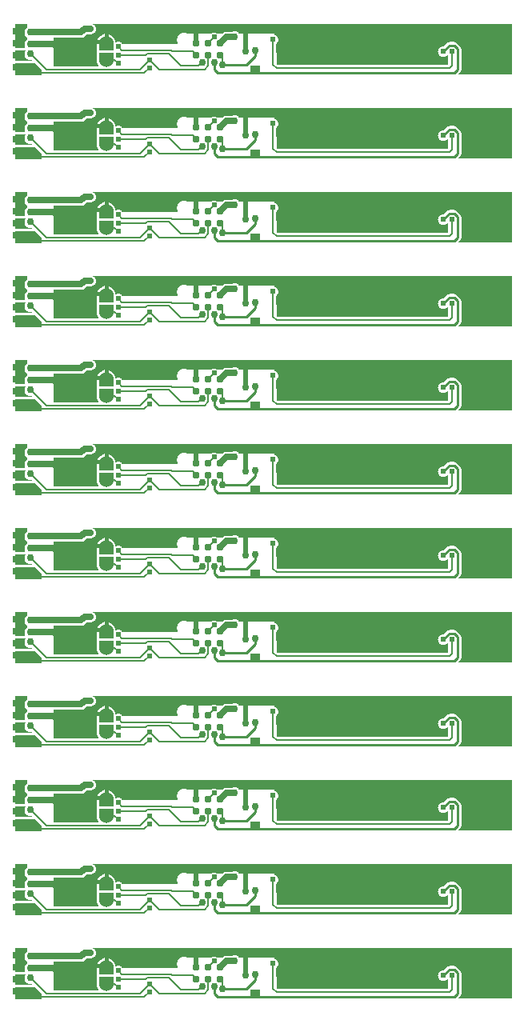
<source format=gbr>
G04 start of page 3 for group 1 idx 1 *
G04 Title: (unknown), bottom *
G04 Creator: pcb 20140316 *
G04 CreationDate: Thu 02 Jul 2020 09:16:05 PM GMT UTC *
G04 For: railfan *
G04 Format: Gerber/RS-274X *
G04 PCB-Dimensions (mil): 2500.00 4300.00 *
G04 PCB-Coordinate-Origin: lower left *
%MOIN*%
%FSLAX25Y25*%
%LNBOTTOM*%
%ADD46C,0.0390*%
%ADD45C,0.0120*%
%ADD44C,0.0140*%
%ADD43C,0.0240*%
%ADD42C,0.0300*%
%ADD41C,0.0310*%
%ADD40R,0.0284X0.0284*%
%ADD39R,0.0300X0.0300*%
%ADD38C,0.0600*%
%ADD37C,0.0100*%
%ADD36C,0.0200*%
%ADD35C,0.0180*%
%ADD34C,0.0250*%
%ADD33C,0.0080*%
%ADD32C,0.0001*%
G54D32*G36*
X152000Y418000D02*Y406000D01*
X139900D01*
Y409803D01*
X140060Y409940D01*
X140285Y410203D01*
X140466Y410498D01*
X140599Y410818D01*
X140680Y411155D01*
X140700Y411500D01*
X140680Y411845D01*
X140599Y412182D01*
X140466Y412502D01*
X140285Y412797D01*
X140060Y413060D01*
X139797Y413285D01*
X139502Y413466D01*
X139182Y413599D01*
X139000Y413642D01*
Y418000D01*
X152000D01*
G37*
G36*
X129000Y362000D02*Y365379D01*
X129121Y365500D01*
X133000D01*
Y362000D01*
X129000D01*
G37*
G36*
X152000Y383000D02*Y371000D01*
X139900D01*
Y374803D01*
X140060Y374940D01*
X140285Y375203D01*
X140466Y375498D01*
X140599Y375818D01*
X140680Y376155D01*
X140700Y376500D01*
X140680Y376845D01*
X140599Y377182D01*
X140466Y377502D01*
X140285Y377797D01*
X140060Y378060D01*
X139797Y378285D01*
X139502Y378466D01*
X139182Y378599D01*
X139000Y378642D01*
Y383000D01*
X152000D01*
G37*
G36*
X140000Y418000D02*X238000D01*
Y397000D01*
X215621D01*
X216519Y397898D01*
X216564Y397936D01*
X216717Y398115D01*
X216717Y398116D01*
X216841Y398317D01*
X216931Y398535D01*
X216986Y398765D01*
X217005Y399000D01*
X217000Y399059D01*
Y407441D01*
X217005Y407500D01*
X216986Y407735D01*
X216931Y407965D01*
X216841Y408183D01*
X216717Y408384D01*
X216564Y408564D01*
X216519Y408602D01*
X215102Y410019D01*
X215064Y410064D01*
X214884Y410217D01*
X214683Y410341D01*
X214465Y410431D01*
X214235Y410486D01*
X214000Y410505D01*
X213941Y410500D01*
X212059D01*
X212000Y410505D01*
X211765Y410486D01*
X211535Y410431D01*
X211317Y410341D01*
X211116Y410217D01*
X211115Y410217D01*
X210936Y410064D01*
X210898Y410019D01*
X209579Y408701D01*
X209500Y408707D01*
X209155Y408680D01*
X208818Y408599D01*
X208498Y408466D01*
X208203Y408285D01*
X207940Y408060D01*
X207715Y407797D01*
X207534Y407502D01*
X207401Y407182D01*
X207320Y406845D01*
X207293Y406500D01*
X207320Y406155D01*
X207401Y405818D01*
X207534Y405498D01*
X207715Y405203D01*
X207940Y404940D01*
X208203Y404715D01*
X208498Y404534D01*
X208818Y404401D01*
X209155Y404320D01*
X209500Y404293D01*
X209845Y404320D01*
X210182Y404401D01*
X210502Y404534D01*
X210797Y404715D01*
X211060Y404940D01*
X211250Y405162D01*
X211440Y404940D01*
X211600Y404803D01*
Y401080D01*
X211420Y400900D01*
X140580D01*
X140000Y401480D01*
Y409888D01*
X140060Y409940D01*
X140285Y410203D01*
X140466Y410498D01*
X140599Y410818D01*
X140680Y411155D01*
X140700Y411500D01*
X140680Y411845D01*
X140599Y412182D01*
X140466Y412502D01*
X140285Y412797D01*
X140060Y413060D01*
X140000Y413112D01*
Y418000D01*
G37*
G36*
Y383000D02*X238000D01*
Y362000D01*
X215621D01*
X216519Y362898D01*
X216564Y362936D01*
X216717Y363115D01*
X216717Y363116D01*
X216841Y363317D01*
X216931Y363535D01*
X216986Y363765D01*
X217005Y364000D01*
X217000Y364059D01*
Y372441D01*
X217005Y372500D01*
X216986Y372735D01*
X216931Y372965D01*
X216841Y373183D01*
X216717Y373384D01*
X216564Y373564D01*
X216519Y373602D01*
X215102Y375019D01*
X215064Y375064D01*
X214884Y375217D01*
X214683Y375341D01*
X214465Y375431D01*
X214235Y375486D01*
X214000Y375505D01*
X213941Y375500D01*
X212059D01*
X212000Y375505D01*
X211765Y375486D01*
X211535Y375431D01*
X211317Y375341D01*
X211116Y375217D01*
X211115Y375217D01*
X210936Y375064D01*
X210898Y375019D01*
X209579Y373701D01*
X209500Y373707D01*
X209155Y373680D01*
X208818Y373599D01*
X208498Y373466D01*
X208203Y373285D01*
X207940Y373060D01*
X207715Y372797D01*
X207534Y372502D01*
X207401Y372182D01*
X207320Y371845D01*
X207293Y371500D01*
X207320Y371155D01*
X207401Y370818D01*
X207534Y370498D01*
X207715Y370203D01*
X207940Y369940D01*
X208203Y369715D01*
X208498Y369534D01*
X208818Y369401D01*
X209155Y369320D01*
X209500Y369293D01*
X209845Y369320D01*
X210182Y369401D01*
X210502Y369534D01*
X210797Y369715D01*
X211060Y369940D01*
X211250Y370162D01*
X211440Y369940D01*
X211600Y369803D01*
Y366080D01*
X211420Y365900D01*
X140580D01*
X140000Y366480D01*
Y374888D01*
X140060Y374940D01*
X140285Y375203D01*
X140466Y375498D01*
X140599Y375818D01*
X140680Y376155D01*
X140700Y376500D01*
X140680Y376845D01*
X140599Y377182D01*
X140466Y377502D01*
X140285Y377797D01*
X140060Y378060D01*
X140000Y378112D01*
Y383000D01*
G37*
G36*
Y348000D02*X238000D01*
Y327000D01*
X215621D01*
X216519Y327898D01*
X216564Y327936D01*
X216717Y328115D01*
X216717Y328116D01*
X216841Y328317D01*
X216931Y328535D01*
X216986Y328765D01*
X217005Y329000D01*
X217000Y329059D01*
Y337441D01*
X217005Y337500D01*
X216986Y337735D01*
X216931Y337965D01*
X216841Y338183D01*
X216717Y338384D01*
X216564Y338564D01*
X216519Y338602D01*
X215102Y340019D01*
X215064Y340064D01*
X214884Y340217D01*
X214683Y340341D01*
X214465Y340431D01*
X214235Y340486D01*
X214000Y340505D01*
X213941Y340500D01*
X212059D01*
X212000Y340505D01*
X211765Y340486D01*
X211535Y340431D01*
X211317Y340341D01*
X211116Y340217D01*
X211115Y340217D01*
X210936Y340064D01*
X210898Y340019D01*
X209579Y338701D01*
X209500Y338707D01*
X209155Y338680D01*
X208818Y338599D01*
X208498Y338466D01*
X208203Y338285D01*
X207940Y338060D01*
X207715Y337797D01*
X207534Y337502D01*
X207401Y337182D01*
X207320Y336845D01*
X207293Y336500D01*
X207320Y336155D01*
X207401Y335818D01*
X207534Y335498D01*
X207715Y335203D01*
X207940Y334940D01*
X208203Y334715D01*
X208498Y334534D01*
X208818Y334401D01*
X209155Y334320D01*
X209500Y334293D01*
X209845Y334320D01*
X210182Y334401D01*
X210502Y334534D01*
X210797Y334715D01*
X211060Y334940D01*
X211250Y335162D01*
X211440Y334940D01*
X211600Y334803D01*
Y331080D01*
X211420Y330900D01*
X140580D01*
X140000Y331480D01*
Y339888D01*
X140060Y339940D01*
X140285Y340203D01*
X140466Y340498D01*
X140599Y340818D01*
X140680Y341155D01*
X140700Y341500D01*
X140680Y341845D01*
X140599Y342182D01*
X140466Y342502D01*
X140285Y342797D01*
X140060Y343060D01*
X140000Y343112D01*
Y348000D01*
G37*
G36*
Y313000D02*X238000D01*
Y292000D01*
X215621D01*
X216519Y292898D01*
X216564Y292936D01*
X216717Y293115D01*
X216717Y293116D01*
X216841Y293317D01*
X216931Y293535D01*
X216986Y293765D01*
X217005Y294000D01*
X217000Y294059D01*
Y302441D01*
X217005Y302500D01*
X216986Y302735D01*
X216931Y302965D01*
X216841Y303183D01*
X216717Y303384D01*
X216564Y303564D01*
X216519Y303602D01*
X215102Y305019D01*
X215064Y305064D01*
X214884Y305217D01*
X214683Y305341D01*
X214465Y305431D01*
X214235Y305486D01*
X214000Y305505D01*
X213941Y305500D01*
X212059D01*
X212000Y305505D01*
X211765Y305486D01*
X211535Y305431D01*
X211317Y305341D01*
X211116Y305217D01*
X211115Y305217D01*
X210936Y305064D01*
X210898Y305019D01*
X209579Y303701D01*
X209500Y303707D01*
X209155Y303680D01*
X208818Y303599D01*
X208498Y303466D01*
X208203Y303285D01*
X207940Y303060D01*
X207715Y302797D01*
X207534Y302502D01*
X207401Y302182D01*
X207320Y301845D01*
X207293Y301500D01*
X207320Y301155D01*
X207401Y300818D01*
X207534Y300498D01*
X207715Y300203D01*
X207940Y299940D01*
X208203Y299715D01*
X208498Y299534D01*
X208818Y299401D01*
X209155Y299320D01*
X209500Y299293D01*
X209845Y299320D01*
X210182Y299401D01*
X210502Y299534D01*
X210797Y299715D01*
X211060Y299940D01*
X211250Y300162D01*
X211440Y299940D01*
X211600Y299803D01*
Y296080D01*
X211420Y295900D01*
X140580D01*
X140000Y296480D01*
Y304888D01*
X140060Y304940D01*
X140285Y305203D01*
X140466Y305498D01*
X140599Y305818D01*
X140680Y306155D01*
X140700Y306500D01*
X140680Y306845D01*
X140599Y307182D01*
X140466Y307502D01*
X140285Y307797D01*
X140060Y308060D01*
X140000Y308112D01*
Y313000D01*
G37*
G36*
X47000Y339000D02*X65003D01*
X65009Y336743D01*
X65046Y336590D01*
X65083Y336500D01*
X65046Y336410D01*
X65009Y336257D01*
X65000Y336100D01*
X65008Y333359D01*
X64988Y333100D01*
X65037Y332472D01*
X65184Y331860D01*
X65425Y331278D01*
X65754Y330742D01*
X66046Y330400D01*
X47000D01*
Y339000D01*
G37*
G36*
X129000Y327000D02*Y330379D01*
X129121Y330500D01*
X133000D01*
Y327000D01*
X129000D01*
G37*
G36*
X51000Y336000D02*Y342250D01*
X58412D01*
X58500Y342243D01*
X58853Y342271D01*
X58853Y342271D01*
X59197Y342354D01*
X59525Y342489D01*
X59827Y342674D01*
X60096Y342904D01*
X60153Y342971D01*
X60932Y343750D01*
X62500D01*
X62853Y343771D01*
X63197Y343854D01*
X63525Y343989D01*
X63827Y344174D01*
X64096Y344404D01*
X64326Y344673D01*
X64511Y344975D01*
X64646Y345303D01*
X64729Y345647D01*
X64757Y346000D01*
X64729Y346353D01*
X64646Y346697D01*
X64511Y347025D01*
X64326Y347327D01*
X64096Y347596D01*
X63827Y347826D01*
X63543Y348000D01*
X69000D01*
Y343912D01*
X68372Y343863D01*
X67760Y343716D01*
X67178Y343475D01*
X66642Y343146D01*
X66163Y342737D01*
X65754Y342258D01*
X65425Y341722D01*
X65184Y341140D01*
X65037Y340528D01*
X64988Y339900D01*
X65000Y339737D01*
X65009Y336743D01*
X65046Y336590D01*
X65083Y336500D01*
X65046Y336410D01*
X65009Y336257D01*
X65000Y336100D01*
X65000Y336000D01*
X51000D01*
G37*
G36*
X67500Y348000D02*X105000D01*
Y344000D01*
X103066D01*
X102843Y344137D01*
X102414Y344314D01*
X101963Y344423D01*
X101500Y344459D01*
X101037Y344423D01*
X100586Y344314D01*
X100157Y344137D01*
X99934Y344000D01*
X67500D01*
Y348000D01*
G37*
G36*
X71000D02*X101500D01*
Y344459D01*
X101037Y344423D01*
X100586Y344314D01*
X100157Y344137D01*
X99761Y343894D01*
X99408Y343592D01*
X99106Y343239D01*
X98863Y342843D01*
X98686Y342414D01*
X98577Y341963D01*
X98541Y341500D01*
X98577Y341037D01*
X98686Y340586D01*
X98863Y340157D01*
X99106Y339761D01*
X99329Y339500D01*
X75967D01*
X75966Y339502D01*
X75785Y339797D01*
X75560Y340060D01*
X75297Y340285D01*
X75002Y340466D01*
X74682Y340599D01*
X74345Y340680D01*
X74000Y340707D01*
X73655Y340680D01*
X73318Y340599D01*
X72998Y340466D01*
X72968Y340448D01*
X72963Y340528D01*
X72816Y341140D01*
X72575Y341722D01*
X72246Y342258D01*
X71837Y342737D01*
X71358Y343146D01*
X71000Y343366D01*
Y348000D01*
G37*
G36*
X98000D02*X152000D01*
Y344000D01*
X124507D01*
X124273Y344273D01*
X123974Y344529D01*
X123638Y344734D01*
X123275Y344885D01*
X122892Y344977D01*
X122500Y345008D01*
X122108Y344977D01*
X121725Y344885D01*
X121399Y344750D01*
X119088D01*
X119000Y344757D01*
X118647Y344729D01*
X118303Y344646D01*
X117975Y344511D01*
X117673Y344326D01*
X117673Y344326D01*
X117404Y344096D01*
X117347Y344029D01*
X117318Y344000D01*
X115323D01*
X115179Y344123D01*
X114911Y344288D01*
X114620Y344408D01*
X114314Y344481D01*
X114000Y344506D01*
X113686Y344481D01*
X113380Y344408D01*
X113089Y344288D01*
X112821Y344123D01*
X112677Y344000D01*
X103066D01*
X102843Y344137D01*
X102414Y344314D01*
X101963Y344423D01*
X101500Y344459D01*
X101037Y344423D01*
X100586Y344314D01*
X100157Y344137D01*
X99934Y344000D01*
X98000D01*
Y348000D01*
G37*
G36*
X67500Y313000D02*X105000D01*
Y309000D01*
X103066D01*
X102843Y309137D01*
X102414Y309314D01*
X101963Y309423D01*
X101500Y309459D01*
X101037Y309423D01*
X100586Y309314D01*
X100157Y309137D01*
X99934Y309000D01*
X67500D01*
Y313000D01*
G37*
G36*
X71000D02*X101500D01*
Y309459D01*
X101037Y309423D01*
X100586Y309314D01*
X100157Y309137D01*
X99761Y308894D01*
X99408Y308592D01*
X99106Y308239D01*
X98863Y307843D01*
X98686Y307414D01*
X98577Y306963D01*
X98541Y306500D01*
X98577Y306037D01*
X98686Y305586D01*
X98863Y305157D01*
X99106Y304761D01*
X99329Y304500D01*
X75967D01*
X75966Y304502D01*
X75785Y304797D01*
X75560Y305060D01*
X75297Y305285D01*
X75002Y305466D01*
X74682Y305599D01*
X74345Y305680D01*
X74000Y305707D01*
X73655Y305680D01*
X73318Y305599D01*
X72998Y305466D01*
X72968Y305448D01*
X72963Y305528D01*
X72816Y306140D01*
X72575Y306722D01*
X72246Y307258D01*
X71837Y307737D01*
X71358Y308146D01*
X71000Y308366D01*
Y313000D01*
G37*
G36*
X152000Y348000D02*Y336000D01*
X139900D01*
Y339803D01*
X140060Y339940D01*
X140285Y340203D01*
X140466Y340498D01*
X140599Y340818D01*
X140680Y341155D01*
X140700Y341500D01*
X140680Y341845D01*
X140599Y342182D01*
X140466Y342502D01*
X140285Y342797D01*
X140060Y343060D01*
X139797Y343285D01*
X139502Y343466D01*
X139182Y343599D01*
X139000Y343642D01*
Y348000D01*
X152000D01*
G37*
G36*
X129000Y257000D02*Y260379D01*
X129121Y260500D01*
X133000D01*
Y257000D01*
X129000D01*
G37*
G36*
X152000Y278000D02*Y266000D01*
X139900D01*
Y269803D01*
X140060Y269940D01*
X140285Y270203D01*
X140466Y270498D01*
X140599Y270818D01*
X140680Y271155D01*
X140700Y271500D01*
X140680Y271845D01*
X140599Y272182D01*
X140466Y272502D01*
X140285Y272797D01*
X140060Y273060D01*
X139797Y273285D01*
X139502Y273466D01*
X139182Y273599D01*
X139000Y273642D01*
Y278000D01*
X152000D01*
G37*
G36*
X129000Y222000D02*Y225379D01*
X129121Y225500D01*
X133000D01*
Y222000D01*
X129000D01*
G37*
G36*
X152000Y243000D02*Y231000D01*
X139900D01*
Y234803D01*
X140060Y234940D01*
X140285Y235203D01*
X140466Y235498D01*
X140599Y235818D01*
X140680Y236155D01*
X140700Y236500D01*
X140680Y236845D01*
X140599Y237182D01*
X140466Y237502D01*
X140285Y237797D01*
X140060Y238060D01*
X139797Y238285D01*
X139502Y238466D01*
X139182Y238599D01*
X139000Y238642D01*
Y243000D01*
X152000D01*
G37*
G36*
X129000Y292000D02*Y295379D01*
X129121Y295500D01*
X133000D01*
Y292000D01*
X129000D01*
G37*
G36*
X152000Y313000D02*Y301000D01*
X139900D01*
Y304803D01*
X140060Y304940D01*
X140285Y305203D01*
X140466Y305498D01*
X140599Y305818D01*
X140680Y306155D01*
X140700Y306500D01*
X140680Y306845D01*
X140599Y307182D01*
X140466Y307502D01*
X140285Y307797D01*
X140060Y308060D01*
X139797Y308285D01*
X139502Y308466D01*
X139182Y308599D01*
X139000Y308642D01*
Y313000D01*
X152000D01*
G37*
G36*
X98000D02*X152000D01*
Y309000D01*
X124507D01*
X124273Y309273D01*
X123974Y309529D01*
X123638Y309734D01*
X123275Y309885D01*
X122892Y309977D01*
X122500Y310008D01*
X122108Y309977D01*
X121725Y309885D01*
X121399Y309750D01*
X119088D01*
X119000Y309757D01*
X118647Y309729D01*
X118303Y309646D01*
X117975Y309511D01*
X117673Y309326D01*
X117673Y309326D01*
X117404Y309096D01*
X117347Y309029D01*
X117318Y309000D01*
X115323D01*
X115179Y309123D01*
X114911Y309288D01*
X114620Y309408D01*
X114314Y309481D01*
X114000Y309506D01*
X113686Y309481D01*
X113380Y309408D01*
X113089Y309288D01*
X112821Y309123D01*
X112677Y309000D01*
X103066D01*
X102843Y309137D01*
X102414Y309314D01*
X101963Y309423D01*
X101500Y309459D01*
X101037Y309423D01*
X100586Y309314D01*
X100157Y309137D01*
X99934Y309000D01*
X98000D01*
Y313000D01*
G37*
G36*
Y278000D02*X152000D01*
Y274000D01*
X124507D01*
X124273Y274273D01*
X123974Y274529D01*
X123638Y274734D01*
X123275Y274885D01*
X122892Y274977D01*
X122500Y275008D01*
X122108Y274977D01*
X121725Y274885D01*
X121399Y274750D01*
X119088D01*
X119000Y274757D01*
X118647Y274729D01*
X118303Y274646D01*
X117975Y274511D01*
X117673Y274326D01*
X117673Y274326D01*
X117404Y274096D01*
X117347Y274029D01*
X117318Y274000D01*
X115323D01*
X115179Y274123D01*
X114911Y274288D01*
X114620Y274408D01*
X114314Y274481D01*
X114000Y274506D01*
X113686Y274481D01*
X113380Y274408D01*
X113089Y274288D01*
X112821Y274123D01*
X112677Y274000D01*
X103066D01*
X102843Y274137D01*
X102414Y274314D01*
X101963Y274423D01*
X101500Y274459D01*
X101037Y274423D01*
X100586Y274314D01*
X100157Y274137D01*
X99934Y274000D01*
X98000D01*
Y278000D01*
G37*
G36*
X53500Y167250D02*Y160500D01*
X47000D01*
Y167250D01*
X53500D01*
G37*
G36*
Y132250D02*Y125500D01*
X47000D01*
Y132250D01*
X53500D01*
G37*
G36*
Y97250D02*Y90500D01*
X47000D01*
Y97250D01*
X53500D01*
G37*
G36*
Y62250D02*Y55500D01*
X47000D01*
Y62250D01*
X53500D01*
G37*
G36*
Y27250D02*Y20500D01*
X47000D01*
Y27250D01*
X53500D01*
G37*
G36*
X98000Y138000D02*X152000D01*
Y134000D01*
X124507D01*
X124273Y134273D01*
X123974Y134529D01*
X123638Y134734D01*
X123275Y134885D01*
X122892Y134977D01*
X122500Y135008D01*
X122108Y134977D01*
X121725Y134885D01*
X121399Y134750D01*
X119088D01*
X119000Y134757D01*
X118647Y134729D01*
X118303Y134646D01*
X117975Y134511D01*
X117673Y134326D01*
X117673Y134326D01*
X117404Y134096D01*
X117347Y134029D01*
X117318Y134000D01*
X115323D01*
X115179Y134123D01*
X114911Y134288D01*
X114620Y134408D01*
X114314Y134481D01*
X114000Y134506D01*
X113686Y134481D01*
X113380Y134408D01*
X113089Y134288D01*
X112821Y134123D01*
X112677Y134000D01*
X103066D01*
X102843Y134137D01*
X102414Y134314D01*
X101963Y134423D01*
X101500Y134459D01*
X101037Y134423D01*
X100586Y134314D01*
X100157Y134137D01*
X99934Y134000D01*
X98000D01*
Y138000D01*
G37*
G36*
Y103000D02*X152000D01*
Y99000D01*
X124507D01*
X124273Y99273D01*
X123974Y99529D01*
X123638Y99734D01*
X123275Y99885D01*
X122892Y99977D01*
X122500Y100008D01*
X122108Y99977D01*
X121725Y99885D01*
X121399Y99750D01*
X119088D01*
X119000Y99757D01*
X118647Y99729D01*
X118303Y99646D01*
X117975Y99511D01*
X117673Y99326D01*
X117673Y99326D01*
X117404Y99096D01*
X117347Y99029D01*
X117318Y99000D01*
X115323D01*
X115179Y99123D01*
X114911Y99288D01*
X114620Y99408D01*
X114314Y99481D01*
X114000Y99506D01*
X113686Y99481D01*
X113380Y99408D01*
X113089Y99288D01*
X112821Y99123D01*
X112677Y99000D01*
X103066D01*
X102843Y99137D01*
X102414Y99314D01*
X101963Y99423D01*
X101500Y99459D01*
X101037Y99423D01*
X100586Y99314D01*
X100157Y99137D01*
X99934Y99000D01*
X98000D01*
Y103000D01*
G37*
G36*
Y68000D02*X152000D01*
Y64000D01*
X124507D01*
X124273Y64273D01*
X123974Y64529D01*
X123638Y64734D01*
X123275Y64885D01*
X122892Y64977D01*
X122500Y65008D01*
X122108Y64977D01*
X121725Y64885D01*
X121399Y64750D01*
X119088D01*
X119000Y64757D01*
X118647Y64729D01*
X118303Y64646D01*
X117975Y64511D01*
X117673Y64326D01*
X117673Y64326D01*
X117404Y64096D01*
X117347Y64029D01*
X117318Y64000D01*
X115323D01*
X115179Y64123D01*
X114911Y64288D01*
X114620Y64408D01*
X114314Y64481D01*
X114000Y64506D01*
X113686Y64481D01*
X113380Y64408D01*
X113089Y64288D01*
X112821Y64123D01*
X112677Y64000D01*
X103066D01*
X102843Y64137D01*
X102414Y64314D01*
X101963Y64423D01*
X101500Y64459D01*
X101037Y64423D01*
X100586Y64314D01*
X100157Y64137D01*
X99934Y64000D01*
X98000D01*
Y68000D01*
G37*
G36*
Y33000D02*X152000D01*
Y29000D01*
X124507D01*
X124273Y29273D01*
X123974Y29529D01*
X123638Y29734D01*
X123275Y29885D01*
X122892Y29977D01*
X122500Y30008D01*
X122108Y29977D01*
X121725Y29885D01*
X121399Y29750D01*
X119088D01*
X119000Y29757D01*
X118647Y29729D01*
X118303Y29646D01*
X117975Y29511D01*
X117673Y29326D01*
X117673Y29326D01*
X117404Y29096D01*
X117347Y29029D01*
X117318Y29000D01*
X115323D01*
X115179Y29123D01*
X114911Y29288D01*
X114620Y29408D01*
X114314Y29481D01*
X114000Y29506D01*
X113686Y29481D01*
X113380Y29408D01*
X113089Y29288D01*
X112821Y29123D01*
X112677Y29000D01*
X103066D01*
X102843Y29137D01*
X102414Y29314D01*
X101963Y29423D01*
X101500Y29459D01*
X101037Y29423D01*
X100586Y29314D01*
X100157Y29137D01*
X99934Y29000D01*
X98000D01*
Y33000D01*
G37*
G36*
X73500Y138000D02*Y133000D01*
X71529D01*
X71358Y133146D01*
X70822Y133475D01*
X70240Y133716D01*
X69628Y133863D01*
X69000Y133912D01*
X68372Y133863D01*
X67760Y133716D01*
X67178Y133475D01*
X66642Y133146D01*
X66471Y133000D01*
X65500D01*
Y138000D01*
X73500D01*
G37*
G36*
Y103000D02*Y98000D01*
X71529D01*
X71358Y98146D01*
X70822Y98475D01*
X70240Y98716D01*
X69628Y98863D01*
X69000Y98912D01*
X68372Y98863D01*
X67760Y98716D01*
X67178Y98475D01*
X66642Y98146D01*
X66471Y98000D01*
X65500D01*
Y103000D01*
X73500D01*
G37*
G36*
Y68000D02*Y63000D01*
X71529D01*
X71358Y63146D01*
X70822Y63475D01*
X70240Y63716D01*
X69628Y63863D01*
X69000Y63912D01*
X68372Y63863D01*
X67760Y63716D01*
X67178Y63475D01*
X66642Y63146D01*
X66471Y63000D01*
X65500D01*
Y68000D01*
X73500D01*
G37*
G36*
Y33000D02*Y28000D01*
X71529D01*
X71358Y28146D01*
X70822Y28475D01*
X70240Y28716D01*
X69628Y28863D01*
X69000Y28912D01*
X68372Y28863D01*
X67760Y28716D01*
X67178Y28475D01*
X66642Y28146D01*
X66471Y28000D01*
X65500D01*
Y33000D01*
X73500D01*
G37*
G36*
X140000Y278000D02*X238000D01*
Y257000D01*
X215621D01*
X216519Y257898D01*
X216564Y257936D01*
X216717Y258115D01*
X216717Y258116D01*
X216841Y258317D01*
X216931Y258535D01*
X216986Y258765D01*
X217005Y259000D01*
X217000Y259059D01*
Y267441D01*
X217005Y267500D01*
X216986Y267735D01*
X216931Y267965D01*
X216841Y268183D01*
X216717Y268384D01*
X216564Y268564D01*
X216519Y268602D01*
X215102Y270019D01*
X215064Y270064D01*
X214884Y270217D01*
X214683Y270341D01*
X214465Y270431D01*
X214235Y270486D01*
X214000Y270505D01*
X213941Y270500D01*
X212059D01*
X212000Y270505D01*
X211765Y270486D01*
X211535Y270431D01*
X211317Y270341D01*
X211116Y270217D01*
X211115Y270217D01*
X210936Y270064D01*
X210898Y270019D01*
X209579Y268701D01*
X209500Y268707D01*
X209155Y268680D01*
X208818Y268599D01*
X208498Y268466D01*
X208203Y268285D01*
X207940Y268060D01*
X207715Y267797D01*
X207534Y267502D01*
X207401Y267182D01*
X207320Y266845D01*
X207293Y266500D01*
X207320Y266155D01*
X207401Y265818D01*
X207534Y265498D01*
X207715Y265203D01*
X207940Y264940D01*
X208203Y264715D01*
X208498Y264534D01*
X208818Y264401D01*
X209155Y264320D01*
X209500Y264293D01*
X209845Y264320D01*
X210182Y264401D01*
X210502Y264534D01*
X210797Y264715D01*
X211060Y264940D01*
X211250Y265162D01*
X211440Y264940D01*
X211600Y264803D01*
Y261080D01*
X211420Y260900D01*
X140580D01*
X140000Y261480D01*
Y269888D01*
X140060Y269940D01*
X140285Y270203D01*
X140466Y270498D01*
X140599Y270818D01*
X140680Y271155D01*
X140700Y271500D01*
X140680Y271845D01*
X140599Y272182D01*
X140466Y272502D01*
X140285Y272797D01*
X140060Y273060D01*
X140000Y273112D01*
Y278000D01*
G37*
G36*
Y243000D02*X238000D01*
Y222000D01*
X215621D01*
X216519Y222898D01*
X216564Y222936D01*
X216717Y223115D01*
X216717Y223116D01*
X216841Y223317D01*
X216931Y223535D01*
X216986Y223765D01*
X217005Y224000D01*
X217000Y224059D01*
Y232441D01*
X217005Y232500D01*
X216986Y232735D01*
X216931Y232965D01*
X216841Y233183D01*
X216717Y233384D01*
X216564Y233564D01*
X216519Y233602D01*
X215102Y235019D01*
X215064Y235064D01*
X214884Y235217D01*
X214683Y235341D01*
X214465Y235431D01*
X214235Y235486D01*
X214000Y235505D01*
X213941Y235500D01*
X212059D01*
X212000Y235505D01*
X211765Y235486D01*
X211535Y235431D01*
X211317Y235341D01*
X211116Y235217D01*
X211115Y235217D01*
X210936Y235064D01*
X210898Y235019D01*
X209579Y233701D01*
X209500Y233707D01*
X209155Y233680D01*
X208818Y233599D01*
X208498Y233466D01*
X208203Y233285D01*
X207940Y233060D01*
X207715Y232797D01*
X207534Y232502D01*
X207401Y232182D01*
X207320Y231845D01*
X207293Y231500D01*
X207320Y231155D01*
X207401Y230818D01*
X207534Y230498D01*
X207715Y230203D01*
X207940Y229940D01*
X208203Y229715D01*
X208498Y229534D01*
X208818Y229401D01*
X209155Y229320D01*
X209500Y229293D01*
X209845Y229320D01*
X210182Y229401D01*
X210502Y229534D01*
X210797Y229715D01*
X211060Y229940D01*
X211250Y230162D01*
X211440Y229940D01*
X211600Y229803D01*
Y226080D01*
X211420Y225900D01*
X140580D01*
X140000Y226480D01*
Y234888D01*
X140060Y234940D01*
X140285Y235203D01*
X140466Y235498D01*
X140599Y235818D01*
X140680Y236155D01*
X140700Y236500D01*
X140680Y236845D01*
X140599Y237182D01*
X140466Y237502D01*
X140285Y237797D01*
X140060Y238060D01*
X140000Y238112D01*
Y243000D01*
G37*
G36*
Y208000D02*X238000D01*
Y187000D01*
X215621D01*
X216519Y187898D01*
X216564Y187936D01*
X216717Y188115D01*
X216717Y188116D01*
X216841Y188317D01*
X216931Y188535D01*
X216986Y188765D01*
X217005Y189000D01*
X217000Y189059D01*
Y197441D01*
X217005Y197500D01*
X216986Y197735D01*
X216931Y197965D01*
X216841Y198183D01*
X216717Y198384D01*
X216564Y198564D01*
X216519Y198602D01*
X215102Y200019D01*
X215064Y200064D01*
X214884Y200217D01*
X214683Y200341D01*
X214465Y200431D01*
X214235Y200486D01*
X214000Y200505D01*
X213941Y200500D01*
X212059D01*
X212000Y200505D01*
X211765Y200486D01*
X211535Y200431D01*
X211317Y200341D01*
X211116Y200217D01*
X211115Y200217D01*
X210936Y200064D01*
X210898Y200019D01*
X209579Y198701D01*
X209500Y198707D01*
X209155Y198680D01*
X208818Y198599D01*
X208498Y198466D01*
X208203Y198285D01*
X207940Y198060D01*
X207715Y197797D01*
X207534Y197502D01*
X207401Y197182D01*
X207320Y196845D01*
X207293Y196500D01*
X207320Y196155D01*
X207401Y195818D01*
X207534Y195498D01*
X207715Y195203D01*
X207940Y194940D01*
X208203Y194715D01*
X208498Y194534D01*
X208818Y194401D01*
X209155Y194320D01*
X209500Y194293D01*
X209845Y194320D01*
X210182Y194401D01*
X210502Y194534D01*
X210797Y194715D01*
X211060Y194940D01*
X211250Y195162D01*
X211440Y194940D01*
X211600Y194803D01*
Y191080D01*
X211420Y190900D01*
X140580D01*
X140000Y191480D01*
Y199888D01*
X140060Y199940D01*
X140285Y200203D01*
X140466Y200498D01*
X140599Y200818D01*
X140680Y201155D01*
X140700Y201500D01*
X140680Y201845D01*
X140599Y202182D01*
X140466Y202502D01*
X140285Y202797D01*
X140060Y203060D01*
X140000Y203112D01*
Y208000D01*
G37*
G36*
Y173000D02*X238000D01*
Y152000D01*
X215621D01*
X216519Y152898D01*
X216564Y152936D01*
X216717Y153115D01*
X216717Y153116D01*
X216841Y153317D01*
X216931Y153535D01*
X216986Y153765D01*
X217005Y154000D01*
X217000Y154059D01*
Y162441D01*
X217005Y162500D01*
X216986Y162735D01*
X216931Y162965D01*
X216841Y163183D01*
X216717Y163384D01*
X216564Y163564D01*
X216519Y163602D01*
X215102Y165019D01*
X215064Y165064D01*
X214884Y165217D01*
X214683Y165341D01*
X214465Y165431D01*
X214235Y165486D01*
X214000Y165505D01*
X213941Y165500D01*
X212059D01*
X212000Y165505D01*
X211765Y165486D01*
X211535Y165431D01*
X211317Y165341D01*
X211116Y165217D01*
X211115Y165217D01*
X210936Y165064D01*
X210898Y165019D01*
X209579Y163701D01*
X209500Y163707D01*
X209155Y163680D01*
X208818Y163599D01*
X208498Y163466D01*
X208203Y163285D01*
X207940Y163060D01*
X207715Y162797D01*
X207534Y162502D01*
X207401Y162182D01*
X207320Y161845D01*
X207293Y161500D01*
X207320Y161155D01*
X207401Y160818D01*
X207534Y160498D01*
X207715Y160203D01*
X207940Y159940D01*
X208203Y159715D01*
X208498Y159534D01*
X208818Y159401D01*
X209155Y159320D01*
X209500Y159293D01*
X209845Y159320D01*
X210182Y159401D01*
X210502Y159534D01*
X210797Y159715D01*
X211060Y159940D01*
X211250Y160162D01*
X211440Y159940D01*
X211600Y159803D01*
Y156080D01*
X211420Y155900D01*
X140580D01*
X140000Y156480D01*
Y164888D01*
X140060Y164940D01*
X140285Y165203D01*
X140466Y165498D01*
X140599Y165818D01*
X140680Y166155D01*
X140700Y166500D01*
X140680Y166845D01*
X140599Y167182D01*
X140466Y167502D01*
X140285Y167797D01*
X140060Y168060D01*
X140000Y168112D01*
Y173000D01*
G37*
G36*
Y138000D02*X238000D01*
Y117000D01*
X215621D01*
X216519Y117898D01*
X216564Y117936D01*
X216717Y118115D01*
X216717Y118116D01*
X216841Y118317D01*
X216931Y118535D01*
X216986Y118765D01*
X217005Y119000D01*
X217000Y119059D01*
Y127441D01*
X217005Y127500D01*
X216986Y127735D01*
X216931Y127965D01*
X216841Y128183D01*
X216717Y128384D01*
X216564Y128564D01*
X216519Y128602D01*
X215102Y130019D01*
X215064Y130064D01*
X214884Y130217D01*
X214683Y130341D01*
X214465Y130431D01*
X214235Y130486D01*
X214000Y130505D01*
X213941Y130500D01*
X212059D01*
X212000Y130505D01*
X211765Y130486D01*
X211535Y130431D01*
X211317Y130341D01*
X211116Y130217D01*
X211115Y130217D01*
X210936Y130064D01*
X210898Y130019D01*
X209579Y128701D01*
X209500Y128707D01*
X209155Y128680D01*
X208818Y128599D01*
X208498Y128466D01*
X208203Y128285D01*
X207940Y128060D01*
X207715Y127797D01*
X207534Y127502D01*
X207401Y127182D01*
X207320Y126845D01*
X207293Y126500D01*
X207320Y126155D01*
X207401Y125818D01*
X207534Y125498D01*
X207715Y125203D01*
X207940Y124940D01*
X208203Y124715D01*
X208498Y124534D01*
X208818Y124401D01*
X209155Y124320D01*
X209500Y124293D01*
X209845Y124320D01*
X210182Y124401D01*
X210502Y124534D01*
X210797Y124715D01*
X211060Y124940D01*
X211250Y125162D01*
X211440Y124940D01*
X211600Y124803D01*
Y121080D01*
X211420Y120900D01*
X140580D01*
X140000Y121480D01*
Y129888D01*
X140060Y129940D01*
X140285Y130203D01*
X140466Y130498D01*
X140599Y130818D01*
X140680Y131155D01*
X140700Y131500D01*
X140680Y131845D01*
X140599Y132182D01*
X140466Y132502D01*
X140285Y132797D01*
X140060Y133060D01*
X140000Y133112D01*
Y138000D01*
G37*
G36*
Y103000D02*X238000D01*
Y82000D01*
X215621D01*
X216519Y82898D01*
X216564Y82936D01*
X216717Y83115D01*
X216717Y83116D01*
X216841Y83317D01*
X216931Y83535D01*
X216986Y83765D01*
X217005Y84000D01*
X217000Y84059D01*
Y92441D01*
X217005Y92500D01*
X216986Y92735D01*
X216931Y92965D01*
X216841Y93183D01*
X216717Y93384D01*
X216564Y93564D01*
X216519Y93602D01*
X215102Y95019D01*
X215064Y95064D01*
X214884Y95217D01*
X214683Y95341D01*
X214465Y95431D01*
X214235Y95486D01*
X214000Y95505D01*
X213941Y95500D01*
X212059D01*
X212000Y95505D01*
X211765Y95486D01*
X211535Y95431D01*
X211317Y95341D01*
X211116Y95217D01*
X211115Y95217D01*
X210936Y95064D01*
X210898Y95019D01*
X209579Y93701D01*
X209500Y93707D01*
X209155Y93680D01*
X208818Y93599D01*
X208498Y93466D01*
X208203Y93285D01*
X207940Y93060D01*
X207715Y92797D01*
X207534Y92502D01*
X207401Y92182D01*
X207320Y91845D01*
X207293Y91500D01*
X207320Y91155D01*
X207401Y90818D01*
X207534Y90498D01*
X207715Y90203D01*
X207940Y89940D01*
X208203Y89715D01*
X208498Y89534D01*
X208818Y89401D01*
X209155Y89320D01*
X209500Y89293D01*
X209845Y89320D01*
X210182Y89401D01*
X210502Y89534D01*
X210797Y89715D01*
X211060Y89940D01*
X211250Y90162D01*
X211440Y89940D01*
X211600Y89803D01*
Y86080D01*
X211420Y85900D01*
X140580D01*
X140000Y86480D01*
Y94888D01*
X140060Y94940D01*
X140285Y95203D01*
X140466Y95498D01*
X140599Y95818D01*
X140680Y96155D01*
X140700Y96500D01*
X140680Y96845D01*
X140599Y97182D01*
X140466Y97502D01*
X140285Y97797D01*
X140060Y98060D01*
X140000Y98112D01*
Y103000D01*
G37*
G36*
Y68000D02*X238000D01*
Y47000D01*
X215621D01*
X216519Y47898D01*
X216564Y47936D01*
X216717Y48115D01*
X216717Y48116D01*
X216841Y48317D01*
X216931Y48535D01*
X216986Y48765D01*
X217005Y49000D01*
X217000Y49059D01*
Y57441D01*
X217005Y57500D01*
X216986Y57735D01*
X216931Y57965D01*
X216841Y58183D01*
X216717Y58384D01*
X216564Y58564D01*
X216519Y58602D01*
X215102Y60019D01*
X215064Y60064D01*
X214884Y60217D01*
X214683Y60341D01*
X214465Y60431D01*
X214235Y60486D01*
X214000Y60505D01*
X213941Y60500D01*
X212059D01*
X212000Y60505D01*
X211765Y60486D01*
X211535Y60431D01*
X211317Y60341D01*
X211116Y60217D01*
X211115Y60217D01*
X210936Y60064D01*
X210898Y60019D01*
X209579Y58701D01*
X209500Y58707D01*
X209155Y58680D01*
X208818Y58599D01*
X208498Y58466D01*
X208203Y58285D01*
X207940Y58060D01*
X207715Y57797D01*
X207534Y57502D01*
X207401Y57182D01*
X207320Y56845D01*
X207293Y56500D01*
X207320Y56155D01*
X207401Y55818D01*
X207534Y55498D01*
X207715Y55203D01*
X207940Y54940D01*
X208203Y54715D01*
X208498Y54534D01*
X208818Y54401D01*
X209155Y54320D01*
X209500Y54293D01*
X209845Y54320D01*
X210182Y54401D01*
X210502Y54534D01*
X210797Y54715D01*
X211060Y54940D01*
X211250Y55162D01*
X211440Y54940D01*
X211600Y54803D01*
Y51080D01*
X211420Y50900D01*
X140580D01*
X140000Y51480D01*
Y59888D01*
X140060Y59940D01*
X140285Y60203D01*
X140466Y60498D01*
X140599Y60818D01*
X140680Y61155D01*
X140700Y61500D01*
X140680Y61845D01*
X140599Y62182D01*
X140466Y62502D01*
X140285Y62797D01*
X140060Y63060D01*
X140000Y63112D01*
Y68000D01*
G37*
G36*
Y33000D02*X238000D01*
Y12000D01*
X215621D01*
X216519Y12898D01*
X216564Y12936D01*
X216717Y13115D01*
X216717Y13116D01*
X216841Y13317D01*
X216931Y13535D01*
X216986Y13765D01*
X217005Y14000D01*
X217000Y14059D01*
Y22441D01*
X217005Y22500D01*
X216986Y22735D01*
X216931Y22965D01*
X216841Y23183D01*
X216717Y23384D01*
X216564Y23564D01*
X216519Y23602D01*
X215102Y25019D01*
X215064Y25064D01*
X214884Y25217D01*
X214683Y25341D01*
X214465Y25431D01*
X214235Y25486D01*
X214000Y25505D01*
X213941Y25500D01*
X212059D01*
X212000Y25505D01*
X211765Y25486D01*
X211535Y25431D01*
X211317Y25341D01*
X211116Y25217D01*
X211115Y25217D01*
X210936Y25064D01*
X210898Y25019D01*
X209579Y23701D01*
X209500Y23707D01*
X209155Y23680D01*
X208818Y23599D01*
X208498Y23466D01*
X208203Y23285D01*
X207940Y23060D01*
X207715Y22797D01*
X207534Y22502D01*
X207401Y22182D01*
X207320Y21845D01*
X207293Y21500D01*
X207320Y21155D01*
X207401Y20818D01*
X207534Y20498D01*
X207715Y20203D01*
X207940Y19940D01*
X208203Y19715D01*
X208498Y19534D01*
X208818Y19401D01*
X209155Y19320D01*
X209500Y19293D01*
X209845Y19320D01*
X210182Y19401D01*
X210502Y19534D01*
X210797Y19715D01*
X211060Y19940D01*
X211250Y20162D01*
X211440Y19940D01*
X211600Y19803D01*
Y16080D01*
X211420Y15900D01*
X140580D01*
X140000Y16480D01*
Y24888D01*
X140060Y24940D01*
X140285Y25203D01*
X140466Y25498D01*
X140599Y25818D01*
X140680Y26155D01*
X140700Y26500D01*
X140680Y26845D01*
X140599Y27182D01*
X140466Y27502D01*
X140285Y27797D01*
X140060Y28060D01*
X140000Y28112D01*
Y33000D01*
G37*
G36*
X47000Y409000D02*X65003D01*
X65009Y406743D01*
X65046Y406590D01*
X65083Y406500D01*
X65046Y406410D01*
X65009Y406257D01*
X65000Y406100D01*
X65008Y403359D01*
X64988Y403100D01*
X65037Y402472D01*
X65184Y401860D01*
X65425Y401278D01*
X65754Y400742D01*
X66046Y400400D01*
X47000D01*
Y409000D01*
G37*
G36*
X51000Y406000D02*Y412250D01*
X58412D01*
X58500Y412243D01*
X58853Y412271D01*
X58853Y412271D01*
X59197Y412354D01*
X59525Y412489D01*
X59827Y412674D01*
X60096Y412904D01*
X60153Y412971D01*
X60932Y413750D01*
X62500D01*
X62853Y413771D01*
X63197Y413854D01*
X63525Y413989D01*
X63827Y414174D01*
X64096Y414404D01*
X64326Y414673D01*
X64511Y414975D01*
X64646Y415303D01*
X64729Y415647D01*
X64757Y416000D01*
X64729Y416353D01*
X64646Y416697D01*
X64511Y417025D01*
X64326Y417327D01*
X64096Y417596D01*
X63827Y417826D01*
X63543Y418000D01*
X69000D01*
Y413912D01*
X68372Y413863D01*
X67760Y413716D01*
X67178Y413475D01*
X66642Y413146D01*
X66163Y412737D01*
X65754Y412258D01*
X65425Y411722D01*
X65184Y411140D01*
X65037Y410528D01*
X64988Y409900D01*
X65000Y409737D01*
X65009Y406743D01*
X65046Y406590D01*
X65083Y406500D01*
X65046Y406410D01*
X65009Y406257D01*
X65000Y406100D01*
X65000Y406000D01*
X51000D01*
G37*
G36*
X73500Y418000D02*Y413000D01*
X71529D01*
X71358Y413146D01*
X70822Y413475D01*
X70240Y413716D01*
X69628Y413863D01*
X69000Y413912D01*
X68372Y413863D01*
X67760Y413716D01*
X67178Y413475D01*
X66642Y413146D01*
X66471Y413000D01*
X65500D01*
Y418000D01*
X73500D01*
G37*
G36*
X53500Y412250D02*Y405500D01*
X47000D01*
Y412250D01*
X53500D01*
G37*
G36*
X31000Y407000D02*X35493D01*
X35471Y406974D01*
X35266Y406638D01*
X35115Y406275D01*
X35023Y405892D01*
X34992Y405500D01*
X35023Y405108D01*
X35115Y404725D01*
X35266Y404362D01*
X35471Y404026D01*
X35727Y403727D01*
X36026Y403471D01*
X36362Y403266D01*
X36725Y403115D01*
X37108Y403023D01*
X37500Y402992D01*
X37892Y403023D01*
X37977Y403043D01*
X38000Y403020D01*
Y402500D01*
X31000D01*
Y407000D01*
G37*
G36*
Y408000D02*Y418000D01*
X36000D01*
Y416507D01*
X35727Y416273D01*
X35471Y415974D01*
X35266Y415638D01*
X35115Y415275D01*
X35023Y414892D01*
X34992Y414500D01*
X35023Y414108D01*
X35115Y413725D01*
X35266Y413362D01*
X35471Y413026D01*
X35727Y412727D01*
X36000Y412493D01*
Y411507D01*
X35727Y411273D01*
X35471Y410974D01*
X35266Y410638D01*
X35115Y410275D01*
X35023Y409892D01*
X34992Y409500D01*
X35023Y409108D01*
X35115Y408725D01*
X35266Y408362D01*
X35471Y408026D01*
X35493Y408000D01*
X31000D01*
G37*
G36*
Y401500D02*X39520D01*
X42000Y399020D01*
Y396500D01*
X31000D01*
Y401500D01*
G37*
G36*
Y372000D02*X35493D01*
X35471Y371974D01*
X35266Y371638D01*
X35115Y371275D01*
X35023Y370892D01*
X34992Y370500D01*
X35023Y370108D01*
X35115Y369725D01*
X35266Y369362D01*
X35471Y369026D01*
X35727Y368727D01*
X36026Y368471D01*
X36362Y368266D01*
X36725Y368115D01*
X37108Y368023D01*
X37500Y367992D01*
X37892Y368023D01*
X37977Y368043D01*
X38000Y368020D01*
Y367500D01*
X31000D01*
Y372000D01*
G37*
G36*
Y373000D02*Y383000D01*
X36000D01*
Y381507D01*
X35727Y381273D01*
X35471Y380974D01*
X35266Y380638D01*
X35115Y380275D01*
X35023Y379892D01*
X34992Y379500D01*
X35023Y379108D01*
X35115Y378725D01*
X35266Y378362D01*
X35471Y378026D01*
X35727Y377727D01*
X36000Y377493D01*
Y376507D01*
X35727Y376273D01*
X35471Y375974D01*
X35266Y375638D01*
X35115Y375275D01*
X35023Y374892D01*
X34992Y374500D01*
X35023Y374108D01*
X35115Y373725D01*
X35266Y373362D01*
X35471Y373026D01*
X35493Y373000D01*
X31000D01*
G37*
G36*
Y366500D02*X39520D01*
X42000Y364020D01*
Y361500D01*
X31000D01*
Y366500D01*
G37*
G36*
X47000Y374000D02*X65003D01*
X65009Y371743D01*
X65046Y371590D01*
X65083Y371500D01*
X65046Y371410D01*
X65009Y371257D01*
X65000Y371100D01*
X65008Y368359D01*
X64988Y368100D01*
X65037Y367472D01*
X65184Y366860D01*
X65425Y366278D01*
X65754Y365742D01*
X66046Y365400D01*
X47000D01*
Y374000D01*
G37*
G36*
X51000Y371000D02*Y377250D01*
X58412D01*
X58500Y377243D01*
X58853Y377271D01*
X58853Y377271D01*
X59197Y377354D01*
X59525Y377489D01*
X59827Y377674D01*
X60096Y377904D01*
X60153Y377971D01*
X60932Y378750D01*
X62500D01*
X62853Y378771D01*
X63197Y378854D01*
X63525Y378989D01*
X63827Y379174D01*
X64096Y379404D01*
X64326Y379673D01*
X64511Y379975D01*
X64646Y380303D01*
X64729Y380647D01*
X64757Y381000D01*
X64729Y381353D01*
X64646Y381697D01*
X64511Y382025D01*
X64326Y382327D01*
X64096Y382596D01*
X63827Y382826D01*
X63543Y383000D01*
X69000D01*
Y378912D01*
X68372Y378863D01*
X67760Y378716D01*
X67178Y378475D01*
X66642Y378146D01*
X66163Y377737D01*
X65754Y377258D01*
X65425Y376722D01*
X65184Y376140D01*
X65037Y375528D01*
X64988Y374900D01*
X65000Y374737D01*
X65009Y371743D01*
X65046Y371590D01*
X65083Y371500D01*
X65046Y371410D01*
X65009Y371257D01*
X65000Y371100D01*
X65000Y371000D01*
X51000D01*
G37*
G36*
X73500Y383000D02*Y378000D01*
X71529D01*
X71358Y378146D01*
X70822Y378475D01*
X70240Y378716D01*
X69628Y378863D01*
X69000Y378912D01*
X68372Y378863D01*
X67760Y378716D01*
X67178Y378475D01*
X66642Y378146D01*
X66471Y378000D01*
X65500D01*
Y383000D01*
X73500D01*
G37*
G36*
X53500Y377250D02*Y370500D01*
X47000D01*
Y377250D01*
X53500D01*
G37*
G36*
X98000Y418000D02*X152000D01*
Y414000D01*
X124507D01*
X124273Y414273D01*
X123974Y414529D01*
X123638Y414734D01*
X123275Y414885D01*
X122892Y414977D01*
X122500Y415008D01*
X122108Y414977D01*
X121725Y414885D01*
X121399Y414750D01*
X119088D01*
X119000Y414757D01*
X118647Y414729D01*
X118303Y414646D01*
X117975Y414511D01*
X117673Y414326D01*
X117673Y414326D01*
X117404Y414096D01*
X117347Y414029D01*
X117318Y414000D01*
X115323D01*
X115179Y414123D01*
X114911Y414288D01*
X114620Y414408D01*
X114314Y414481D01*
X114000Y414506D01*
X113686Y414481D01*
X113380Y414408D01*
X113089Y414288D01*
X112821Y414123D01*
X112677Y414000D01*
X103066D01*
X102843Y414137D01*
X102414Y414314D01*
X101963Y414423D01*
X101500Y414459D01*
X101037Y414423D01*
X100586Y414314D01*
X100157Y414137D01*
X99934Y414000D01*
X98000D01*
Y418000D01*
G37*
G36*
X129000Y397000D02*Y400379D01*
X129121Y400500D01*
X133000D01*
Y397000D01*
X129000D01*
G37*
G36*
X67500Y418000D02*X105000D01*
Y414000D01*
X103066D01*
X102843Y414137D01*
X102414Y414314D01*
X101963Y414423D01*
X101500Y414459D01*
X101037Y414423D01*
X100586Y414314D01*
X100157Y414137D01*
X99934Y414000D01*
X67500D01*
Y418000D01*
G37*
G36*
X71000D02*X101500D01*
Y414459D01*
X101037Y414423D01*
X100586Y414314D01*
X100157Y414137D01*
X99761Y413894D01*
X99408Y413592D01*
X99106Y413239D01*
X98863Y412843D01*
X98686Y412414D01*
X98577Y411963D01*
X98541Y411500D01*
X98577Y411037D01*
X98686Y410586D01*
X98863Y410157D01*
X99106Y409761D01*
X99329Y409500D01*
X75967D01*
X75966Y409502D01*
X75785Y409797D01*
X75560Y410060D01*
X75297Y410285D01*
X75002Y410466D01*
X74682Y410599D01*
X74345Y410680D01*
X74000Y410707D01*
X73655Y410680D01*
X73318Y410599D01*
X72998Y410466D01*
X72968Y410448D01*
X72963Y410528D01*
X72816Y411140D01*
X72575Y411722D01*
X72246Y412258D01*
X71837Y412737D01*
X71358Y413146D01*
X71000Y413366D01*
Y418000D01*
G37*
G36*
X67500Y383000D02*X105000D01*
Y379000D01*
X103066D01*
X102843Y379137D01*
X102414Y379314D01*
X101963Y379423D01*
X101500Y379459D01*
X101037Y379423D01*
X100586Y379314D01*
X100157Y379137D01*
X99934Y379000D01*
X67500D01*
Y383000D01*
G37*
G36*
X71000D02*X101500D01*
Y379459D01*
X101037Y379423D01*
X100586Y379314D01*
X100157Y379137D01*
X99761Y378894D01*
X99408Y378592D01*
X99106Y378239D01*
X98863Y377843D01*
X98686Y377414D01*
X98577Y376963D01*
X98541Y376500D01*
X98577Y376037D01*
X98686Y375586D01*
X98863Y375157D01*
X99106Y374761D01*
X99329Y374500D01*
X75967D01*
X75966Y374502D01*
X75785Y374797D01*
X75560Y375060D01*
X75297Y375285D01*
X75002Y375466D01*
X74682Y375599D01*
X74345Y375680D01*
X74000Y375707D01*
X73655Y375680D01*
X73318Y375599D01*
X72998Y375466D01*
X72968Y375448D01*
X72963Y375528D01*
X72816Y376140D01*
X72575Y376722D01*
X72246Y377258D01*
X71837Y377737D01*
X71358Y378146D01*
X71000Y378366D01*
Y383000D01*
G37*
G36*
X98000D02*X152000D01*
Y379000D01*
X124507D01*
X124273Y379273D01*
X123974Y379529D01*
X123638Y379734D01*
X123275Y379885D01*
X122892Y379977D01*
X122500Y380008D01*
X122108Y379977D01*
X121725Y379885D01*
X121399Y379750D01*
X119088D01*
X119000Y379757D01*
X118647Y379729D01*
X118303Y379646D01*
X117975Y379511D01*
X117673Y379326D01*
X117673Y379326D01*
X117404Y379096D01*
X117347Y379029D01*
X117318Y379000D01*
X115323D01*
X115179Y379123D01*
X114911Y379288D01*
X114620Y379408D01*
X114314Y379481D01*
X114000Y379506D01*
X113686Y379481D01*
X113380Y379408D01*
X113089Y379288D01*
X112821Y379123D01*
X112677Y379000D01*
X103066D01*
X102843Y379137D01*
X102414Y379314D01*
X101963Y379423D01*
X101500Y379459D01*
X101037Y379423D01*
X100586Y379314D01*
X100157Y379137D01*
X99934Y379000D01*
X98000D01*
Y383000D01*
G37*
G36*
X31000Y337000D02*X35493D01*
X35471Y336974D01*
X35266Y336638D01*
X35115Y336275D01*
X35023Y335892D01*
X34992Y335500D01*
X35023Y335108D01*
X35115Y334725D01*
X35266Y334362D01*
X35471Y334026D01*
X35727Y333727D01*
X36026Y333471D01*
X36362Y333266D01*
X36725Y333115D01*
X37108Y333023D01*
X37500Y332992D01*
X37892Y333023D01*
X37977Y333043D01*
X38000Y333020D01*
Y332500D01*
X31000D01*
Y337000D01*
G37*
G36*
Y338000D02*Y348000D01*
X36000D01*
Y346507D01*
X35727Y346273D01*
X35471Y345974D01*
X35266Y345638D01*
X35115Y345275D01*
X35023Y344892D01*
X34992Y344500D01*
X35023Y344108D01*
X35115Y343725D01*
X35266Y343362D01*
X35471Y343026D01*
X35727Y342727D01*
X36000Y342493D01*
Y341507D01*
X35727Y341273D01*
X35471Y340974D01*
X35266Y340638D01*
X35115Y340275D01*
X35023Y339892D01*
X34992Y339500D01*
X35023Y339108D01*
X35115Y338725D01*
X35266Y338362D01*
X35471Y338026D01*
X35493Y338000D01*
X31000D01*
G37*
G36*
Y331500D02*X39520D01*
X42000Y329020D01*
Y326500D01*
X31000D01*
Y331500D01*
G37*
G36*
X73500Y348000D02*Y343000D01*
X71529D01*
X71358Y343146D01*
X70822Y343475D01*
X70240Y343716D01*
X69628Y343863D01*
X69000Y343912D01*
X68372Y343863D01*
X67760Y343716D01*
X67178Y343475D01*
X66642Y343146D01*
X66471Y343000D01*
X65500D01*
Y348000D01*
X73500D01*
G37*
G36*
X53500Y342250D02*Y335500D01*
X47000D01*
Y342250D01*
X53500D01*
G37*
G36*
X47000Y304000D02*X65003D01*
X65009Y301743D01*
X65046Y301590D01*
X65083Y301500D01*
X65046Y301410D01*
X65009Y301257D01*
X65000Y301100D01*
X65008Y298359D01*
X64988Y298100D01*
X65037Y297472D01*
X65184Y296860D01*
X65425Y296278D01*
X65754Y295742D01*
X66046Y295400D01*
X47000D01*
Y304000D01*
G37*
G36*
X51000Y301000D02*Y307250D01*
X58412D01*
X58500Y307243D01*
X58853Y307271D01*
X58853Y307271D01*
X59197Y307354D01*
X59525Y307489D01*
X59827Y307674D01*
X60096Y307904D01*
X60153Y307971D01*
X60932Y308750D01*
X62500D01*
X62853Y308771D01*
X63197Y308854D01*
X63525Y308989D01*
X63827Y309174D01*
X64096Y309404D01*
X64326Y309673D01*
X64511Y309975D01*
X64646Y310303D01*
X64729Y310647D01*
X64757Y311000D01*
X64729Y311353D01*
X64646Y311697D01*
X64511Y312025D01*
X64326Y312327D01*
X64096Y312596D01*
X63827Y312826D01*
X63543Y313000D01*
X69000D01*
Y308912D01*
X68372Y308863D01*
X67760Y308716D01*
X67178Y308475D01*
X66642Y308146D01*
X66163Y307737D01*
X65754Y307258D01*
X65425Y306722D01*
X65184Y306140D01*
X65037Y305528D01*
X64988Y304900D01*
X65000Y304737D01*
X65009Y301743D01*
X65046Y301590D01*
X65083Y301500D01*
X65046Y301410D01*
X65009Y301257D01*
X65000Y301100D01*
X65000Y301000D01*
X51000D01*
G37*
G36*
X73500Y313000D02*Y308000D01*
X71529D01*
X71358Y308146D01*
X70822Y308475D01*
X70240Y308716D01*
X69628Y308863D01*
X69000Y308912D01*
X68372Y308863D01*
X67760Y308716D01*
X67178Y308475D01*
X66642Y308146D01*
X66471Y308000D01*
X65500D01*
Y313000D01*
X73500D01*
G37*
G36*
X53500Y307250D02*Y300500D01*
X47000D01*
Y307250D01*
X53500D01*
G37*
G36*
X31000Y302000D02*X35493D01*
X35471Y301974D01*
X35266Y301638D01*
X35115Y301275D01*
X35023Y300892D01*
X34992Y300500D01*
X35023Y300108D01*
X35115Y299725D01*
X35266Y299362D01*
X35471Y299026D01*
X35727Y298727D01*
X36026Y298471D01*
X36362Y298266D01*
X36725Y298115D01*
X37108Y298023D01*
X37500Y297992D01*
X37892Y298023D01*
X37977Y298043D01*
X38000Y298020D01*
Y297500D01*
X31000D01*
Y302000D01*
G37*
G36*
Y303000D02*Y313000D01*
X36000D01*
Y311507D01*
X35727Y311273D01*
X35471Y310974D01*
X35266Y310638D01*
X35115Y310275D01*
X35023Y309892D01*
X34992Y309500D01*
X35023Y309108D01*
X35115Y308725D01*
X35266Y308362D01*
X35471Y308026D01*
X35727Y307727D01*
X36000Y307493D01*
Y306507D01*
X35727Y306273D01*
X35471Y305974D01*
X35266Y305638D01*
X35115Y305275D01*
X35023Y304892D01*
X34992Y304500D01*
X35023Y304108D01*
X35115Y303725D01*
X35266Y303362D01*
X35471Y303026D01*
X35493Y303000D01*
X31000D01*
G37*
G36*
Y296500D02*X39520D01*
X42000Y294020D01*
Y291500D01*
X31000D01*
Y296500D01*
G37*
G36*
Y267000D02*X35493D01*
X35471Y266974D01*
X35266Y266638D01*
X35115Y266275D01*
X35023Y265892D01*
X34992Y265500D01*
X35023Y265108D01*
X35115Y264725D01*
X35266Y264362D01*
X35471Y264026D01*
X35727Y263727D01*
X36026Y263471D01*
X36362Y263266D01*
X36725Y263115D01*
X37108Y263023D01*
X37500Y262992D01*
X37892Y263023D01*
X37977Y263043D01*
X38000Y263020D01*
Y262500D01*
X31000D01*
Y267000D01*
G37*
G36*
Y268000D02*Y278000D01*
X36000D01*
Y276507D01*
X35727Y276273D01*
X35471Y275974D01*
X35266Y275638D01*
X35115Y275275D01*
X35023Y274892D01*
X34992Y274500D01*
X35023Y274108D01*
X35115Y273725D01*
X35266Y273362D01*
X35471Y273026D01*
X35727Y272727D01*
X36000Y272493D01*
Y271507D01*
X35727Y271273D01*
X35471Y270974D01*
X35266Y270638D01*
X35115Y270275D01*
X35023Y269892D01*
X34992Y269500D01*
X35023Y269108D01*
X35115Y268725D01*
X35266Y268362D01*
X35471Y268026D01*
X35493Y268000D01*
X31000D01*
G37*
G36*
Y261500D02*X39520D01*
X42000Y259020D01*
Y256500D01*
X31000D01*
Y261500D01*
G37*
G36*
Y232000D02*X35493D01*
X35471Y231974D01*
X35266Y231638D01*
X35115Y231275D01*
X35023Y230892D01*
X34992Y230500D01*
X35023Y230108D01*
X35115Y229725D01*
X35266Y229362D01*
X35471Y229026D01*
X35727Y228727D01*
X36026Y228471D01*
X36362Y228266D01*
X36725Y228115D01*
X37108Y228023D01*
X37500Y227992D01*
X37892Y228023D01*
X37977Y228043D01*
X38000Y228020D01*
Y227500D01*
X31000D01*
Y232000D01*
G37*
G36*
Y233000D02*Y243000D01*
X36000D01*
Y241507D01*
X35727Y241273D01*
X35471Y240974D01*
X35266Y240638D01*
X35115Y240275D01*
X35023Y239892D01*
X34992Y239500D01*
X35023Y239108D01*
X35115Y238725D01*
X35266Y238362D01*
X35471Y238026D01*
X35727Y237727D01*
X36000Y237493D01*
Y236507D01*
X35727Y236273D01*
X35471Y235974D01*
X35266Y235638D01*
X35115Y235275D01*
X35023Y234892D01*
X34992Y234500D01*
X35023Y234108D01*
X35115Y233725D01*
X35266Y233362D01*
X35471Y233026D01*
X35493Y233000D01*
X31000D01*
G37*
G36*
Y226500D02*X39520D01*
X42000Y224020D01*
Y221500D01*
X31000D01*
Y226500D01*
G37*
G36*
X47000Y269000D02*X65003D01*
X65009Y266743D01*
X65046Y266590D01*
X65083Y266500D01*
X65046Y266410D01*
X65009Y266257D01*
X65000Y266100D01*
X65008Y263359D01*
X64988Y263100D01*
X65037Y262472D01*
X65184Y261860D01*
X65425Y261278D01*
X65754Y260742D01*
X66046Y260400D01*
X47000D01*
Y269000D01*
G37*
G36*
X73500Y278000D02*Y273000D01*
X71529D01*
X71358Y273146D01*
X70822Y273475D01*
X70240Y273716D01*
X69628Y273863D01*
X69000Y273912D01*
X68372Y273863D01*
X67760Y273716D01*
X67178Y273475D01*
X66642Y273146D01*
X66471Y273000D01*
X65500D01*
Y278000D01*
X73500D01*
G37*
G36*
X53500Y272250D02*Y265500D01*
X47000D01*
Y272250D01*
X53500D01*
G37*
G36*
X51000Y266000D02*Y272250D01*
X58412D01*
X58500Y272243D01*
X58853Y272271D01*
X58853Y272271D01*
X59197Y272354D01*
X59525Y272489D01*
X59827Y272674D01*
X60096Y272904D01*
X60153Y272971D01*
X60932Y273750D01*
X62500D01*
X62853Y273771D01*
X63197Y273854D01*
X63525Y273989D01*
X63827Y274174D01*
X64096Y274404D01*
X64326Y274673D01*
X64511Y274975D01*
X64646Y275303D01*
X64729Y275647D01*
X64757Y276000D01*
X64729Y276353D01*
X64646Y276697D01*
X64511Y277025D01*
X64326Y277327D01*
X64096Y277596D01*
X63827Y277826D01*
X63543Y278000D01*
X69000D01*
Y273912D01*
X68372Y273863D01*
X67760Y273716D01*
X67178Y273475D01*
X66642Y273146D01*
X66163Y272737D01*
X65754Y272258D01*
X65425Y271722D01*
X65184Y271140D01*
X65037Y270528D01*
X64988Y269900D01*
X65000Y269737D01*
X65009Y266743D01*
X65046Y266590D01*
X65083Y266500D01*
X65046Y266410D01*
X65009Y266257D01*
X65000Y266100D01*
X65000Y266000D01*
X51000D01*
G37*
G36*
X67500Y278000D02*X105000D01*
Y274000D01*
X103066D01*
X102843Y274137D01*
X102414Y274314D01*
X101963Y274423D01*
X101500Y274459D01*
X101037Y274423D01*
X100586Y274314D01*
X100157Y274137D01*
X99934Y274000D01*
X67500D01*
Y278000D01*
G37*
G36*
X71000D02*X101500D01*
Y274459D01*
X101037Y274423D01*
X100586Y274314D01*
X100157Y274137D01*
X99761Y273894D01*
X99408Y273592D01*
X99106Y273239D01*
X98863Y272843D01*
X98686Y272414D01*
X98577Y271963D01*
X98541Y271500D01*
X98577Y271037D01*
X98686Y270586D01*
X98863Y270157D01*
X99106Y269761D01*
X99329Y269500D01*
X75967D01*
X75966Y269502D01*
X75785Y269797D01*
X75560Y270060D01*
X75297Y270285D01*
X75002Y270466D01*
X74682Y270599D01*
X74345Y270680D01*
X74000Y270707D01*
X73655Y270680D01*
X73318Y270599D01*
X72998Y270466D01*
X72968Y270448D01*
X72963Y270528D01*
X72816Y271140D01*
X72575Y271722D01*
X72246Y272258D01*
X71837Y272737D01*
X71358Y273146D01*
X71000Y273366D01*
Y278000D01*
G37*
G36*
X67500Y243000D02*X105000D01*
Y239000D01*
X103066D01*
X102843Y239137D01*
X102414Y239314D01*
X101963Y239423D01*
X101500Y239459D01*
X101037Y239423D01*
X100586Y239314D01*
X100157Y239137D01*
X99934Y239000D01*
X67500D01*
Y243000D01*
G37*
G36*
X71000D02*X101500D01*
Y239459D01*
X101037Y239423D01*
X100586Y239314D01*
X100157Y239137D01*
X99761Y238894D01*
X99408Y238592D01*
X99106Y238239D01*
X98863Y237843D01*
X98686Y237414D01*
X98577Y236963D01*
X98541Y236500D01*
X98577Y236037D01*
X98686Y235586D01*
X98863Y235157D01*
X99106Y234761D01*
X99329Y234500D01*
X75967D01*
X75966Y234502D01*
X75785Y234797D01*
X75560Y235060D01*
X75297Y235285D01*
X75002Y235466D01*
X74682Y235599D01*
X74345Y235680D01*
X74000Y235707D01*
X73655Y235680D01*
X73318Y235599D01*
X72998Y235466D01*
X72968Y235448D01*
X72963Y235528D01*
X72816Y236140D01*
X72575Y236722D01*
X72246Y237258D01*
X71837Y237737D01*
X71358Y238146D01*
X71000Y238366D01*
Y243000D01*
G37*
G36*
X98000D02*X152000D01*
Y239000D01*
X124507D01*
X124273Y239273D01*
X123974Y239529D01*
X123638Y239734D01*
X123275Y239885D01*
X122892Y239977D01*
X122500Y240008D01*
X122108Y239977D01*
X121725Y239885D01*
X121399Y239750D01*
X119088D01*
X119000Y239757D01*
X118647Y239729D01*
X118303Y239646D01*
X117975Y239511D01*
X117673Y239326D01*
X117673Y239326D01*
X117404Y239096D01*
X117347Y239029D01*
X117318Y239000D01*
X115323D01*
X115179Y239123D01*
X114911Y239288D01*
X114620Y239408D01*
X114314Y239481D01*
X114000Y239506D01*
X113686Y239481D01*
X113380Y239408D01*
X113089Y239288D01*
X112821Y239123D01*
X112677Y239000D01*
X103066D01*
X102843Y239137D01*
X102414Y239314D01*
X101963Y239423D01*
X101500Y239459D01*
X101037Y239423D01*
X100586Y239314D01*
X100157Y239137D01*
X99934Y239000D01*
X98000D01*
Y243000D01*
G37*
G36*
X51000Y196000D02*Y202250D01*
X58412D01*
X58500Y202243D01*
X58853Y202271D01*
X58853Y202271D01*
X59197Y202354D01*
X59525Y202489D01*
X59827Y202674D01*
X60096Y202904D01*
X60153Y202971D01*
X60932Y203750D01*
X62500D01*
X62853Y203771D01*
X63197Y203854D01*
X63525Y203989D01*
X63827Y204174D01*
X64096Y204404D01*
X64326Y204673D01*
X64511Y204975D01*
X64646Y205303D01*
X64729Y205647D01*
X64757Y206000D01*
X64729Y206353D01*
X64646Y206697D01*
X64511Y207025D01*
X64326Y207327D01*
X64096Y207596D01*
X63827Y207826D01*
X63543Y208000D01*
X69000D01*
Y203912D01*
X68372Y203863D01*
X67760Y203716D01*
X67178Y203475D01*
X66642Y203146D01*
X66163Y202737D01*
X65754Y202258D01*
X65425Y201722D01*
X65184Y201140D01*
X65037Y200528D01*
X64988Y199900D01*
X65000Y199737D01*
X65009Y196743D01*
X65046Y196590D01*
X65083Y196500D01*
X65046Y196410D01*
X65009Y196257D01*
X65000Y196100D01*
X65000Y196000D01*
X51000D01*
G37*
G36*
X67500Y208000D02*X105000D01*
Y204000D01*
X103066D01*
X102843Y204137D01*
X102414Y204314D01*
X101963Y204423D01*
X101500Y204459D01*
X101037Y204423D01*
X100586Y204314D01*
X100157Y204137D01*
X99934Y204000D01*
X67500D01*
Y208000D01*
G37*
G36*
X71000D02*X101500D01*
Y204459D01*
X101037Y204423D01*
X100586Y204314D01*
X100157Y204137D01*
X99761Y203894D01*
X99408Y203592D01*
X99106Y203239D01*
X98863Y202843D01*
X98686Y202414D01*
X98577Y201963D01*
X98541Y201500D01*
X98577Y201037D01*
X98686Y200586D01*
X98863Y200157D01*
X99106Y199761D01*
X99329Y199500D01*
X75967D01*
X75966Y199502D01*
X75785Y199797D01*
X75560Y200060D01*
X75297Y200285D01*
X75002Y200466D01*
X74682Y200599D01*
X74345Y200680D01*
X74000Y200707D01*
X73655Y200680D01*
X73318Y200599D01*
X72998Y200466D01*
X72968Y200448D01*
X72963Y200528D01*
X72816Y201140D01*
X72575Y201722D01*
X72246Y202258D01*
X71837Y202737D01*
X71358Y203146D01*
X71000Y203366D01*
Y208000D01*
G37*
G36*
X73500D02*Y203000D01*
X71529D01*
X71358Y203146D01*
X70822Y203475D01*
X70240Y203716D01*
X69628Y203863D01*
X69000Y203912D01*
X68372Y203863D01*
X67760Y203716D01*
X67178Y203475D01*
X66642Y203146D01*
X66471Y203000D01*
X65500D01*
Y208000D01*
X73500D01*
G37*
G36*
X47000Y234000D02*X65003D01*
X65009Y231743D01*
X65046Y231590D01*
X65083Y231500D01*
X65046Y231410D01*
X65009Y231257D01*
X65000Y231100D01*
X65008Y228359D01*
X64988Y228100D01*
X65037Y227472D01*
X65184Y226860D01*
X65425Y226278D01*
X65754Y225742D01*
X66046Y225400D01*
X47000D01*
Y234000D01*
G37*
G36*
X51000Y231000D02*Y237250D01*
X58412D01*
X58500Y237243D01*
X58853Y237271D01*
X58853Y237271D01*
X59197Y237354D01*
X59525Y237489D01*
X59827Y237674D01*
X60096Y237904D01*
X60153Y237971D01*
X60932Y238750D01*
X62500D01*
X62853Y238771D01*
X63197Y238854D01*
X63525Y238989D01*
X63827Y239174D01*
X64096Y239404D01*
X64326Y239673D01*
X64511Y239975D01*
X64646Y240303D01*
X64729Y240647D01*
X64757Y241000D01*
X64729Y241353D01*
X64646Y241697D01*
X64511Y242025D01*
X64326Y242327D01*
X64096Y242596D01*
X63827Y242826D01*
X63543Y243000D01*
X69000D01*
Y238912D01*
X68372Y238863D01*
X67760Y238716D01*
X67178Y238475D01*
X66642Y238146D01*
X66163Y237737D01*
X65754Y237258D01*
X65425Y236722D01*
X65184Y236140D01*
X65037Y235528D01*
X64988Y234900D01*
X65000Y234737D01*
X65009Y231743D01*
X65046Y231590D01*
X65083Y231500D01*
X65046Y231410D01*
X65009Y231257D01*
X65000Y231100D01*
X65000Y231000D01*
X51000D01*
G37*
G36*
X73500Y243000D02*Y238000D01*
X71529D01*
X71358Y238146D01*
X70822Y238475D01*
X70240Y238716D01*
X69628Y238863D01*
X69000Y238912D01*
X68372Y238863D01*
X67760Y238716D01*
X67178Y238475D01*
X66642Y238146D01*
X66471Y238000D01*
X65500D01*
Y243000D01*
X73500D01*
G37*
G36*
X53500Y237250D02*Y230500D01*
X47000D01*
Y237250D01*
X53500D01*
G37*
G36*
X31000Y197000D02*X35493D01*
X35471Y196974D01*
X35266Y196638D01*
X35115Y196275D01*
X35023Y195892D01*
X34992Y195500D01*
X35023Y195108D01*
X35115Y194725D01*
X35266Y194362D01*
X35471Y194026D01*
X35727Y193727D01*
X36026Y193471D01*
X36362Y193266D01*
X36725Y193115D01*
X37108Y193023D01*
X37500Y192992D01*
X37892Y193023D01*
X37977Y193043D01*
X38000Y193020D01*
Y192500D01*
X31000D01*
Y197000D01*
G37*
G36*
Y191500D02*X39520D01*
X42000Y189020D01*
Y186500D01*
X31000D01*
Y191500D01*
G37*
G36*
X53500Y202250D02*Y195500D01*
X47000D01*
Y202250D01*
X53500D01*
G37*
G36*
X31000Y198000D02*Y208000D01*
X36000D01*
Y206507D01*
X35727Y206273D01*
X35471Y205974D01*
X35266Y205638D01*
X35115Y205275D01*
X35023Y204892D01*
X34992Y204500D01*
X35023Y204108D01*
X35115Y203725D01*
X35266Y203362D01*
X35471Y203026D01*
X35727Y202727D01*
X36000Y202493D01*
Y201507D01*
X35727Y201273D01*
X35471Y200974D01*
X35266Y200638D01*
X35115Y200275D01*
X35023Y199892D01*
X34992Y199500D01*
X35023Y199108D01*
X35115Y198725D01*
X35266Y198362D01*
X35471Y198026D01*
X35493Y198000D01*
X31000D01*
G37*
G36*
Y162000D02*X35493D01*
X35471Y161974D01*
X35266Y161638D01*
X35115Y161275D01*
X35023Y160892D01*
X34992Y160500D01*
X35023Y160108D01*
X35115Y159725D01*
X35266Y159362D01*
X35471Y159026D01*
X35727Y158727D01*
X36026Y158471D01*
X36362Y158266D01*
X36725Y158115D01*
X37108Y158023D01*
X37500Y157992D01*
X37892Y158023D01*
X37977Y158043D01*
X38000Y158020D01*
Y157500D01*
X31000D01*
Y162000D01*
G37*
G36*
Y163000D02*Y173000D01*
X36000D01*
Y171507D01*
X35727Y171273D01*
X35471Y170974D01*
X35266Y170638D01*
X35115Y170275D01*
X35023Y169892D01*
X34992Y169500D01*
X35023Y169108D01*
X35115Y168725D01*
X35266Y168362D01*
X35471Y168026D01*
X35727Y167727D01*
X36000Y167493D01*
Y166507D01*
X35727Y166273D01*
X35471Y165974D01*
X35266Y165638D01*
X35115Y165275D01*
X35023Y164892D01*
X34992Y164500D01*
X35023Y164108D01*
X35115Y163725D01*
X35266Y163362D01*
X35471Y163026D01*
X35493Y163000D01*
X31000D01*
G37*
G36*
Y156500D02*X39520D01*
X42000Y154020D01*
Y151500D01*
X31000D01*
Y156500D01*
G37*
G36*
X47000Y199000D02*X65003D01*
X65009Y196743D01*
X65046Y196590D01*
X65083Y196500D01*
X65046Y196410D01*
X65009Y196257D01*
X65000Y196100D01*
X65008Y193359D01*
X64988Y193100D01*
X65037Y192472D01*
X65184Y191860D01*
X65425Y191278D01*
X65754Y190742D01*
X66046Y190400D01*
X47000D01*
Y199000D01*
G37*
G36*
Y164000D02*X65003D01*
X65009Y161743D01*
X65046Y161590D01*
X65083Y161500D01*
X65046Y161410D01*
X65009Y161257D01*
X65000Y161100D01*
X65008Y158359D01*
X64988Y158100D01*
X65037Y157472D01*
X65184Y156860D01*
X65425Y156278D01*
X65754Y155742D01*
X66046Y155400D01*
X47000D01*
Y164000D01*
G37*
G36*
X51000Y161000D02*Y167250D01*
X58412D01*
X58500Y167243D01*
X58853Y167271D01*
X58853Y167271D01*
X59197Y167354D01*
X59525Y167489D01*
X59827Y167674D01*
X60096Y167904D01*
X60153Y167971D01*
X60932Y168750D01*
X62500D01*
X62853Y168771D01*
X63197Y168854D01*
X63525Y168989D01*
X63827Y169174D01*
X64096Y169404D01*
X64326Y169673D01*
X64511Y169975D01*
X64646Y170303D01*
X64729Y170647D01*
X64757Y171000D01*
X64729Y171353D01*
X64646Y171697D01*
X64511Y172025D01*
X64326Y172327D01*
X64096Y172596D01*
X63827Y172826D01*
X63543Y173000D01*
X69000D01*
Y168912D01*
X68372Y168863D01*
X67760Y168716D01*
X67178Y168475D01*
X66642Y168146D01*
X66163Y167737D01*
X65754Y167258D01*
X65425Y166722D01*
X65184Y166140D01*
X65037Y165528D01*
X64988Y164900D01*
X65000Y164737D01*
X65009Y161743D01*
X65046Y161590D01*
X65083Y161500D01*
X65046Y161410D01*
X65009Y161257D01*
X65000Y161100D01*
X65000Y161000D01*
X51000D01*
G37*
G36*
X73500Y173000D02*Y168000D01*
X71529D01*
X71358Y168146D01*
X70822Y168475D01*
X70240Y168716D01*
X69628Y168863D01*
X69000Y168912D01*
X68372Y168863D01*
X67760Y168716D01*
X67178Y168475D01*
X66642Y168146D01*
X66471Y168000D01*
X65500D01*
Y173000D01*
X73500D01*
G37*
G36*
X129000Y187000D02*Y190379D01*
X129121Y190500D01*
X133000D01*
Y187000D01*
X129000D01*
G37*
G36*
X152000Y208000D02*Y196000D01*
X139900D01*
Y199803D01*
X140060Y199940D01*
X140285Y200203D01*
X140466Y200498D01*
X140599Y200818D01*
X140680Y201155D01*
X140700Y201500D01*
X140680Y201845D01*
X140599Y202182D01*
X140466Y202502D01*
X140285Y202797D01*
X140060Y203060D01*
X139797Y203285D01*
X139502Y203466D01*
X139182Y203599D01*
X139000Y203642D01*
Y208000D01*
X152000D01*
G37*
G36*
X98000D02*X152000D01*
Y204000D01*
X124507D01*
X124273Y204273D01*
X123974Y204529D01*
X123638Y204734D01*
X123275Y204885D01*
X122892Y204977D01*
X122500Y205008D01*
X122108Y204977D01*
X121725Y204885D01*
X121399Y204750D01*
X119088D01*
X119000Y204757D01*
X118647Y204729D01*
X118303Y204646D01*
X117975Y204511D01*
X117673Y204326D01*
X117673Y204326D01*
X117404Y204096D01*
X117347Y204029D01*
X117318Y204000D01*
X115323D01*
X115179Y204123D01*
X114911Y204288D01*
X114620Y204408D01*
X114314Y204481D01*
X114000Y204506D01*
X113686Y204481D01*
X113380Y204408D01*
X113089Y204288D01*
X112821Y204123D01*
X112677Y204000D01*
X103066D01*
X102843Y204137D01*
X102414Y204314D01*
X101963Y204423D01*
X101500Y204459D01*
X101037Y204423D01*
X100586Y204314D01*
X100157Y204137D01*
X99934Y204000D01*
X98000D01*
Y208000D01*
G37*
G36*
X129000Y152000D02*Y155379D01*
X129121Y155500D01*
X133000D01*
Y152000D01*
X129000D01*
G37*
G36*
X152000Y173000D02*Y161000D01*
X139900D01*
Y164803D01*
X140060Y164940D01*
X140285Y165203D01*
X140466Y165498D01*
X140599Y165818D01*
X140680Y166155D01*
X140700Y166500D01*
X140680Y166845D01*
X140599Y167182D01*
X140466Y167502D01*
X140285Y167797D01*
X140060Y168060D01*
X139797Y168285D01*
X139502Y168466D01*
X139182Y168599D01*
X139000Y168642D01*
Y173000D01*
X152000D01*
G37*
G36*
X129000Y117000D02*Y120379D01*
X129121Y120500D01*
X133000D01*
Y117000D01*
X129000D01*
G37*
G36*
X152000Y138000D02*Y126000D01*
X139900D01*
Y129803D01*
X140060Y129940D01*
X140285Y130203D01*
X140466Y130498D01*
X140599Y130818D01*
X140680Y131155D01*
X140700Y131500D01*
X140680Y131845D01*
X140599Y132182D01*
X140466Y132502D01*
X140285Y132797D01*
X140060Y133060D01*
X139797Y133285D01*
X139502Y133466D01*
X139182Y133599D01*
X139000Y133642D01*
Y138000D01*
X152000D01*
G37*
G36*
X67500Y173000D02*X105000D01*
Y169000D01*
X103066D01*
X102843Y169137D01*
X102414Y169314D01*
X101963Y169423D01*
X101500Y169459D01*
X101037Y169423D01*
X100586Y169314D01*
X100157Y169137D01*
X99934Y169000D01*
X67500D01*
Y173000D01*
G37*
G36*
X71000D02*X101500D01*
Y169459D01*
X101037Y169423D01*
X100586Y169314D01*
X100157Y169137D01*
X99761Y168894D01*
X99408Y168592D01*
X99106Y168239D01*
X98863Y167843D01*
X98686Y167414D01*
X98577Y166963D01*
X98541Y166500D01*
X98577Y166037D01*
X98686Y165586D01*
X98863Y165157D01*
X99106Y164761D01*
X99329Y164500D01*
X75967D01*
X75966Y164502D01*
X75785Y164797D01*
X75560Y165060D01*
X75297Y165285D01*
X75002Y165466D01*
X74682Y165599D01*
X74345Y165680D01*
X74000Y165707D01*
X73655Y165680D01*
X73318Y165599D01*
X72998Y165466D01*
X72968Y165448D01*
X72963Y165528D01*
X72816Y166140D01*
X72575Y166722D01*
X72246Y167258D01*
X71837Y167737D01*
X71358Y168146D01*
X71000Y168366D01*
Y173000D01*
G37*
G36*
X98000D02*X152000D01*
Y169000D01*
X124507D01*
X124273Y169273D01*
X123974Y169529D01*
X123638Y169734D01*
X123275Y169885D01*
X122892Y169977D01*
X122500Y170008D01*
X122108Y169977D01*
X121725Y169885D01*
X121399Y169750D01*
X119088D01*
X119000Y169757D01*
X118647Y169729D01*
X118303Y169646D01*
X117975Y169511D01*
X117673Y169326D01*
X117673Y169326D01*
X117404Y169096D01*
X117347Y169029D01*
X117318Y169000D01*
X115323D01*
X115179Y169123D01*
X114911Y169288D01*
X114620Y169408D01*
X114314Y169481D01*
X114000Y169506D01*
X113686Y169481D01*
X113380Y169408D01*
X113089Y169288D01*
X112821Y169123D01*
X112677Y169000D01*
X103066D01*
X102843Y169137D01*
X102414Y169314D01*
X101963Y169423D01*
X101500Y169459D01*
X101037Y169423D01*
X100586Y169314D01*
X100157Y169137D01*
X99934Y169000D01*
X98000D01*
Y173000D01*
G37*
G36*
X31000Y127000D02*X35493D01*
X35471Y126974D01*
X35266Y126638D01*
X35115Y126275D01*
X35023Y125892D01*
X34992Y125500D01*
X35023Y125108D01*
X35115Y124725D01*
X35266Y124362D01*
X35471Y124026D01*
X35727Y123727D01*
X36026Y123471D01*
X36362Y123266D01*
X36725Y123115D01*
X37108Y123023D01*
X37500Y122992D01*
X37892Y123023D01*
X37977Y123043D01*
X38000Y123020D01*
Y122500D01*
X31000D01*
Y127000D01*
G37*
G36*
Y121500D02*X39520D01*
X42000Y119020D01*
Y116500D01*
X31000D01*
Y121500D01*
G37*
G36*
X47000Y129000D02*X65003D01*
X65009Y126743D01*
X65046Y126590D01*
X65083Y126500D01*
X65046Y126410D01*
X65009Y126257D01*
X65000Y126100D01*
X65008Y123359D01*
X64988Y123100D01*
X65037Y122472D01*
X65184Y121860D01*
X65425Y121278D01*
X65754Y120742D01*
X66046Y120400D01*
X47000D01*
Y129000D01*
G37*
G36*
Y94000D02*X65003D01*
X65009Y91743D01*
X65046Y91590D01*
X65083Y91500D01*
X65046Y91410D01*
X65009Y91257D01*
X65000Y91100D01*
X65008Y88359D01*
X64988Y88100D01*
X65037Y87472D01*
X65184Y86860D01*
X65425Y86278D01*
X65754Y85742D01*
X66046Y85400D01*
X47000D01*
Y94000D01*
G37*
G36*
X51000Y91000D02*Y97250D01*
X58412D01*
X58500Y97243D01*
X58853Y97271D01*
X58853Y97271D01*
X59197Y97354D01*
X59525Y97489D01*
X59827Y97674D01*
X60096Y97904D01*
X60153Y97971D01*
X60932Y98750D01*
X62500D01*
X62853Y98771D01*
X63197Y98854D01*
X63525Y98989D01*
X63827Y99174D01*
X64096Y99404D01*
X64326Y99673D01*
X64511Y99975D01*
X64646Y100303D01*
X64729Y100647D01*
X64757Y101000D01*
X64729Y101353D01*
X64646Y101697D01*
X64511Y102025D01*
X64326Y102327D01*
X64096Y102596D01*
X63827Y102826D01*
X63543Y103000D01*
X69000D01*
Y98912D01*
X68372Y98863D01*
X67760Y98716D01*
X67178Y98475D01*
X66642Y98146D01*
X66163Y97737D01*
X65754Y97258D01*
X65425Y96722D01*
X65184Y96140D01*
X65037Y95528D01*
X64988Y94900D01*
X65000Y94737D01*
X65009Y91743D01*
X65046Y91590D01*
X65083Y91500D01*
X65046Y91410D01*
X65009Y91257D01*
X65000Y91100D01*
X65000Y91000D01*
X51000D01*
G37*
G36*
X31000Y128000D02*Y138000D01*
X36000D01*
Y136507D01*
X35727Y136273D01*
X35471Y135974D01*
X35266Y135638D01*
X35115Y135275D01*
X35023Y134892D01*
X34992Y134500D01*
X35023Y134108D01*
X35115Y133725D01*
X35266Y133362D01*
X35471Y133026D01*
X35727Y132727D01*
X36000Y132493D01*
Y131507D01*
X35727Y131273D01*
X35471Y130974D01*
X35266Y130638D01*
X35115Y130275D01*
X35023Y129892D01*
X34992Y129500D01*
X35023Y129108D01*
X35115Y128725D01*
X35266Y128362D01*
X35471Y128026D01*
X35493Y128000D01*
X31000D01*
G37*
G36*
Y93000D02*Y103000D01*
X36000D01*
Y101507D01*
X35727Y101273D01*
X35471Y100974D01*
X35266Y100638D01*
X35115Y100275D01*
X35023Y99892D01*
X34992Y99500D01*
X35023Y99108D01*
X35115Y98725D01*
X35266Y98362D01*
X35471Y98026D01*
X35727Y97727D01*
X36000Y97493D01*
Y96507D01*
X35727Y96273D01*
X35471Y95974D01*
X35266Y95638D01*
X35115Y95275D01*
X35023Y94892D01*
X34992Y94500D01*
X35023Y94108D01*
X35115Y93725D01*
X35266Y93362D01*
X35471Y93026D01*
X35493Y93000D01*
X31000D01*
G37*
G36*
Y92000D02*X35493D01*
X35471Y91974D01*
X35266Y91638D01*
X35115Y91275D01*
X35023Y90892D01*
X34992Y90500D01*
X35023Y90108D01*
X35115Y89725D01*
X35266Y89362D01*
X35471Y89026D01*
X35727Y88727D01*
X36026Y88471D01*
X36362Y88266D01*
X36725Y88115D01*
X37108Y88023D01*
X37500Y87992D01*
X37892Y88023D01*
X37977Y88043D01*
X38000Y88020D01*
Y87500D01*
X31000D01*
Y92000D01*
G37*
G36*
Y86500D02*X39520D01*
X42000Y84020D01*
Y81500D01*
X31000D01*
Y86500D01*
G37*
G36*
Y57000D02*X35493D01*
X35471Y56974D01*
X35266Y56638D01*
X35115Y56275D01*
X35023Y55892D01*
X34992Y55500D01*
X35023Y55108D01*
X35115Y54725D01*
X35266Y54362D01*
X35471Y54026D01*
X35727Y53727D01*
X36026Y53471D01*
X36362Y53266D01*
X36725Y53115D01*
X37108Y53023D01*
X37500Y52992D01*
X37892Y53023D01*
X37977Y53043D01*
X38000Y53020D01*
Y52500D01*
X31000D01*
Y57000D01*
G37*
G36*
Y58000D02*Y68000D01*
X36000D01*
Y66507D01*
X35727Y66273D01*
X35471Y65974D01*
X35266Y65638D01*
X35115Y65275D01*
X35023Y64892D01*
X34992Y64500D01*
X35023Y64108D01*
X35115Y63725D01*
X35266Y63362D01*
X35471Y63026D01*
X35727Y62727D01*
X36000Y62493D01*
Y61507D01*
X35727Y61273D01*
X35471Y60974D01*
X35266Y60638D01*
X35115Y60275D01*
X35023Y59892D01*
X34992Y59500D01*
X35023Y59108D01*
X35115Y58725D01*
X35266Y58362D01*
X35471Y58026D01*
X35493Y58000D01*
X31000D01*
G37*
G36*
Y51500D02*X39520D01*
X42000Y49020D01*
Y46500D01*
X31000D01*
Y51500D01*
G37*
G36*
X47000Y59000D02*X65003D01*
X65009Y56743D01*
X65046Y56590D01*
X65083Y56500D01*
X65046Y56410D01*
X65009Y56257D01*
X65000Y56100D01*
X65008Y53359D01*
X64988Y53100D01*
X65037Y52472D01*
X65184Y51860D01*
X65425Y51278D01*
X65754Y50742D01*
X66046Y50400D01*
X47000D01*
Y59000D01*
G37*
G36*
X31000Y22000D02*X35493D01*
X35471Y21974D01*
X35266Y21638D01*
X35115Y21275D01*
X35023Y20892D01*
X34992Y20500D01*
X35023Y20108D01*
X35115Y19725D01*
X35266Y19362D01*
X35471Y19026D01*
X35727Y18727D01*
X36026Y18471D01*
X36362Y18266D01*
X36725Y18115D01*
X37108Y18023D01*
X37500Y17992D01*
X37892Y18023D01*
X37977Y18043D01*
X38000Y18020D01*
Y17500D01*
X31000D01*
Y22000D01*
G37*
G36*
Y16500D02*X39520D01*
X42000Y14020D01*
Y11500D01*
X31000D01*
Y16500D01*
G37*
G36*
X47000Y24000D02*X65003D01*
X65009Y21743D01*
X65046Y21590D01*
X65083Y21500D01*
X65046Y21410D01*
X65009Y21257D01*
X65000Y21100D01*
X65008Y18359D01*
X64988Y18100D01*
X65037Y17472D01*
X65184Y16860D01*
X65425Y16278D01*
X65754Y15742D01*
X66046Y15400D01*
X47000D01*
Y24000D01*
G37*
G36*
X31000Y23000D02*Y33000D01*
X36000D01*
Y31507D01*
X35727Y31273D01*
X35471Y30974D01*
X35266Y30638D01*
X35115Y30275D01*
X35023Y29892D01*
X34992Y29500D01*
X35023Y29108D01*
X35115Y28725D01*
X35266Y28362D01*
X35471Y28026D01*
X35727Y27727D01*
X36000Y27493D01*
Y26507D01*
X35727Y26273D01*
X35471Y25974D01*
X35266Y25638D01*
X35115Y25275D01*
X35023Y24892D01*
X34992Y24500D01*
X35023Y24108D01*
X35115Y23725D01*
X35266Y23362D01*
X35471Y23026D01*
X35493Y23000D01*
X31000D01*
G37*
G36*
X51000Y126000D02*Y132250D01*
X58412D01*
X58500Y132243D01*
X58853Y132271D01*
X58853Y132271D01*
X59197Y132354D01*
X59525Y132489D01*
X59827Y132674D01*
X60096Y132904D01*
X60153Y132971D01*
X60932Y133750D01*
X62500D01*
X62853Y133771D01*
X63197Y133854D01*
X63525Y133989D01*
X63827Y134174D01*
X64096Y134404D01*
X64326Y134673D01*
X64511Y134975D01*
X64646Y135303D01*
X64729Y135647D01*
X64757Y136000D01*
X64729Y136353D01*
X64646Y136697D01*
X64511Y137025D01*
X64326Y137327D01*
X64096Y137596D01*
X63827Y137826D01*
X63543Y138000D01*
X69000D01*
Y133912D01*
X68372Y133863D01*
X67760Y133716D01*
X67178Y133475D01*
X66642Y133146D01*
X66163Y132737D01*
X65754Y132258D01*
X65425Y131722D01*
X65184Y131140D01*
X65037Y130528D01*
X64988Y129900D01*
X65000Y129737D01*
X65009Y126743D01*
X65046Y126590D01*
X65083Y126500D01*
X65046Y126410D01*
X65009Y126257D01*
X65000Y126100D01*
X65000Y126000D01*
X51000D01*
G37*
G36*
X67500Y138000D02*X105000D01*
Y134000D01*
X103066D01*
X102843Y134137D01*
X102414Y134314D01*
X101963Y134423D01*
X101500Y134459D01*
X101037Y134423D01*
X100586Y134314D01*
X100157Y134137D01*
X99934Y134000D01*
X67500D01*
Y138000D01*
G37*
G36*
X71000D02*X101500D01*
Y134459D01*
X101037Y134423D01*
X100586Y134314D01*
X100157Y134137D01*
X99761Y133894D01*
X99408Y133592D01*
X99106Y133239D01*
X98863Y132843D01*
X98686Y132414D01*
X98577Y131963D01*
X98541Y131500D01*
X98577Y131037D01*
X98686Y130586D01*
X98863Y130157D01*
X99106Y129761D01*
X99329Y129500D01*
X75967D01*
X75966Y129502D01*
X75785Y129797D01*
X75560Y130060D01*
X75297Y130285D01*
X75002Y130466D01*
X74682Y130599D01*
X74345Y130680D01*
X74000Y130707D01*
X73655Y130680D01*
X73318Y130599D01*
X72998Y130466D01*
X72968Y130448D01*
X72963Y130528D01*
X72816Y131140D01*
X72575Y131722D01*
X72246Y132258D01*
X71837Y132737D01*
X71358Y133146D01*
X71000Y133366D01*
Y138000D01*
G37*
G36*
X129000Y82000D02*Y85379D01*
X129121Y85500D01*
X133000D01*
Y82000D01*
X129000D01*
G37*
G36*
X152000Y103000D02*Y91000D01*
X139900D01*
Y94803D01*
X140060Y94940D01*
X140285Y95203D01*
X140466Y95498D01*
X140599Y95818D01*
X140680Y96155D01*
X140700Y96500D01*
X140680Y96845D01*
X140599Y97182D01*
X140466Y97502D01*
X140285Y97797D01*
X140060Y98060D01*
X139797Y98285D01*
X139502Y98466D01*
X139182Y98599D01*
X139000Y98642D01*
Y103000D01*
X152000D01*
G37*
G36*
X129000Y47000D02*Y50379D01*
X129121Y50500D01*
X133000D01*
Y47000D01*
X129000D01*
G37*
G36*
X152000Y68000D02*Y56000D01*
X139900D01*
Y59803D01*
X140060Y59940D01*
X140285Y60203D01*
X140466Y60498D01*
X140599Y60818D01*
X140680Y61155D01*
X140700Y61500D01*
X140680Y61845D01*
X140599Y62182D01*
X140466Y62502D01*
X140285Y62797D01*
X140060Y63060D01*
X139797Y63285D01*
X139502Y63466D01*
X139182Y63599D01*
X139000Y63642D01*
Y68000D01*
X152000D01*
G37*
G36*
X129000Y12000D02*Y15379D01*
X129121Y15500D01*
X133000D01*
Y12000D01*
X129000D01*
G37*
G36*
X152000Y33000D02*Y21000D01*
X139900D01*
Y24803D01*
X140060Y24940D01*
X140285Y25203D01*
X140466Y25498D01*
X140599Y25818D01*
X140680Y26155D01*
X140700Y26500D01*
X140680Y26845D01*
X140599Y27182D01*
X140466Y27502D01*
X140285Y27797D01*
X140060Y28060D01*
X139797Y28285D01*
X139502Y28466D01*
X139182Y28599D01*
X139000Y28642D01*
Y33000D01*
X152000D01*
G37*
G36*
X67500Y103000D02*X105000D01*
Y99000D01*
X103066D01*
X102843Y99137D01*
X102414Y99314D01*
X101963Y99423D01*
X101500Y99459D01*
X101037Y99423D01*
X100586Y99314D01*
X100157Y99137D01*
X99934Y99000D01*
X67500D01*
Y103000D01*
G37*
G36*
X71000D02*X101500D01*
Y99459D01*
X101037Y99423D01*
X100586Y99314D01*
X100157Y99137D01*
X99761Y98894D01*
X99408Y98592D01*
X99106Y98239D01*
X98863Y97843D01*
X98686Y97414D01*
X98577Y96963D01*
X98541Y96500D01*
X98577Y96037D01*
X98686Y95586D01*
X98863Y95157D01*
X99106Y94761D01*
X99329Y94500D01*
X75967D01*
X75966Y94502D01*
X75785Y94797D01*
X75560Y95060D01*
X75297Y95285D01*
X75002Y95466D01*
X74682Y95599D01*
X74345Y95680D01*
X74000Y95707D01*
X73655Y95680D01*
X73318Y95599D01*
X72998Y95466D01*
X72968Y95448D01*
X72963Y95528D01*
X72816Y96140D01*
X72575Y96722D01*
X72246Y97258D01*
X71837Y97737D01*
X71358Y98146D01*
X71000Y98366D01*
Y103000D01*
G37*
G36*
X51000Y56000D02*Y62250D01*
X58412D01*
X58500Y62243D01*
X58853Y62271D01*
X58853Y62271D01*
X59197Y62354D01*
X59525Y62489D01*
X59827Y62674D01*
X60096Y62904D01*
X60153Y62971D01*
X60932Y63750D01*
X62500D01*
X62853Y63771D01*
X63197Y63854D01*
X63525Y63989D01*
X63827Y64174D01*
X64096Y64404D01*
X64326Y64673D01*
X64511Y64975D01*
X64646Y65303D01*
X64729Y65647D01*
X64757Y66000D01*
X64729Y66353D01*
X64646Y66697D01*
X64511Y67025D01*
X64326Y67327D01*
X64096Y67596D01*
X63827Y67826D01*
X63543Y68000D01*
X69000D01*
Y63912D01*
X68372Y63863D01*
X67760Y63716D01*
X67178Y63475D01*
X66642Y63146D01*
X66163Y62737D01*
X65754Y62258D01*
X65425Y61722D01*
X65184Y61140D01*
X65037Y60528D01*
X64988Y59900D01*
X65000Y59737D01*
X65009Y56743D01*
X65046Y56590D01*
X65083Y56500D01*
X65046Y56410D01*
X65009Y56257D01*
X65000Y56100D01*
X65000Y56000D01*
X51000D01*
G37*
G36*
X67500Y68000D02*X105000D01*
Y64000D01*
X103066D01*
X102843Y64137D01*
X102414Y64314D01*
X101963Y64423D01*
X101500Y64459D01*
X101037Y64423D01*
X100586Y64314D01*
X100157Y64137D01*
X99934Y64000D01*
X67500D01*
Y68000D01*
G37*
G36*
X71000D02*X101500D01*
Y64459D01*
X101037Y64423D01*
X100586Y64314D01*
X100157Y64137D01*
X99761Y63894D01*
X99408Y63592D01*
X99106Y63239D01*
X98863Y62843D01*
X98686Y62414D01*
X98577Y61963D01*
X98541Y61500D01*
X98577Y61037D01*
X98686Y60586D01*
X98863Y60157D01*
X99106Y59761D01*
X99329Y59500D01*
X75967D01*
X75966Y59502D01*
X75785Y59797D01*
X75560Y60060D01*
X75297Y60285D01*
X75002Y60466D01*
X74682Y60599D01*
X74345Y60680D01*
X74000Y60707D01*
X73655Y60680D01*
X73318Y60599D01*
X72998Y60466D01*
X72968Y60448D01*
X72963Y60528D01*
X72816Y61140D01*
X72575Y61722D01*
X72246Y62258D01*
X71837Y62737D01*
X71358Y63146D01*
X71000Y63366D01*
Y68000D01*
G37*
G36*
X51000Y21000D02*Y27250D01*
X58412D01*
X58500Y27243D01*
X58853Y27271D01*
X58853Y27271D01*
X59197Y27354D01*
X59525Y27489D01*
X59827Y27674D01*
X60096Y27904D01*
X60153Y27971D01*
X60932Y28750D01*
X62500D01*
X62853Y28771D01*
X63197Y28854D01*
X63525Y28989D01*
X63827Y29174D01*
X64096Y29404D01*
X64326Y29673D01*
X64511Y29975D01*
X64646Y30303D01*
X64729Y30647D01*
X64757Y31000D01*
X64729Y31353D01*
X64646Y31697D01*
X64511Y32025D01*
X64326Y32327D01*
X64096Y32596D01*
X63827Y32826D01*
X63543Y33000D01*
X69000D01*
Y28912D01*
X68372Y28863D01*
X67760Y28716D01*
X67178Y28475D01*
X66642Y28146D01*
X66163Y27737D01*
X65754Y27258D01*
X65425Y26722D01*
X65184Y26140D01*
X65037Y25528D01*
X64988Y24900D01*
X65000Y24737D01*
X65009Y21743D01*
X65046Y21590D01*
X65083Y21500D01*
X65046Y21410D01*
X65009Y21257D01*
X65000Y21100D01*
X65000Y21000D01*
X51000D01*
G37*
G36*
X67500Y33000D02*X105000D01*
Y29000D01*
X103066D01*
X102843Y29137D01*
X102414Y29314D01*
X101963Y29423D01*
X101500Y29459D01*
X101037Y29423D01*
X100586Y29314D01*
X100157Y29137D01*
X99934Y29000D01*
X67500D01*
Y33000D01*
G37*
G36*
X71000D02*X101500D01*
Y29459D01*
X101037Y29423D01*
X100586Y29314D01*
X100157Y29137D01*
X99761Y28894D01*
X99408Y28592D01*
X99106Y28239D01*
X98863Y27843D01*
X98686Y27414D01*
X98577Y26963D01*
X98541Y26500D01*
X98577Y26037D01*
X98686Y25586D01*
X98863Y25157D01*
X99106Y24761D01*
X99329Y24500D01*
X75967D01*
X75966Y24502D01*
X75785Y24797D01*
X75560Y25060D01*
X75297Y25285D01*
X75002Y25466D01*
X74682Y25599D01*
X74345Y25680D01*
X74000Y25707D01*
X73655Y25680D01*
X73318Y25599D01*
X72998Y25466D01*
X72968Y25448D01*
X72963Y25528D01*
X72816Y26140D01*
X72575Y26722D01*
X72246Y27258D01*
X71837Y27737D01*
X71358Y28146D01*
X71000Y28366D01*
Y33000D01*
G37*
G54D33*X37500Y335500D02*X44000Y329000D01*
G54D34*X37500Y339500D02*X47000D01*
X49000Y337500D01*
X37500Y344500D02*X58500D01*
G54D33*X82500Y327500D02*X39500D01*
X44000Y329000D02*X83000D01*
X74000Y335000D02*X85500D01*
G54D35*X69000Y340638D02*Y346500D01*
G54D33*X75500Y337000D02*X74000Y338500D01*
G54D34*X58500Y344500D02*X60000Y346000D01*
X62500D01*
G54D35*X69000Y340638D02*X63000D01*
G54D33*X74000Y331500D02*X72400Y333100D01*
X69000D01*
X82500Y327500D02*X84838D01*
X87000Y329662D01*
X106500Y335000D02*X105000Y336500D01*
G54D36*X106500Y340000D02*Y347000D01*
X127000Y336500D02*Y346500D01*
G54D34*X122500Y342500D02*X119000D01*
X116500Y340000D01*
G54D33*X114000Y342500D02*X111500Y340000D01*
X110000Y329000D02*X111500Y330500D01*
X100000D02*X107500D01*
X109000Y332000D01*
G54D37*X117500Y331000D02*X127500D01*
X131000Y334500D01*
Y337000D01*
G54D33*X111500Y330500D02*Y335000D01*
X116500D02*X117500Y334000D01*
Y331000D01*
G54D37*X114000Y332000D02*Y329000D01*
X115500Y327500D01*
G54D33*X82500Y292500D02*X39500D01*
X82500D02*X84838D01*
X44000Y294000D02*X83000D01*
X37500Y300500D02*X44000Y294000D01*
G54D34*X37500Y304500D02*X47000D01*
X49000Y302500D01*
X37500Y309500D02*X58500D01*
G54D33*X74000Y300000D02*X85500D01*
G54D35*X69000Y305638D02*Y311500D01*
G54D33*X75500Y302000D02*X74000Y303500D01*
G54D34*X58500Y309500D02*X60000Y311000D01*
X62500D01*
G54D35*X69000Y305638D02*X63000D01*
G54D33*X74000Y296500D02*X72400Y298100D01*
X69000D01*
X84838Y292500D02*X87000Y294662D01*
X91000Y294000D02*X87000Y298000D01*
X83000Y294000D01*
X85500Y300000D02*X86000Y300500D01*
X95000D01*
X110000Y294000D02*X91000D01*
X100000Y295500D02*X107500D01*
X100000D02*X95000Y300500D01*
X105000Y301500D02*X96500D01*
X96000Y302000D01*
X106500Y300000D02*X105000Y301500D01*
G54D36*X106500Y305000D02*Y312000D01*
X127000Y301500D02*Y311500D01*
G54D33*X110000Y294000D02*X111500Y295500D01*
X107500D02*X109000Y297000D01*
X111500Y295500D02*Y300000D01*
X116500D02*X117500Y299000D01*
Y296000D01*
G54D37*X114000Y297000D02*Y294000D01*
X115500Y292500D01*
X117500Y296000D02*X127500D01*
X131000Y299500D01*
Y302000D01*
G54D36*X106500Y270000D02*Y277000D01*
X127000Y266500D02*Y276500D01*
G54D34*X122500Y272500D02*X119000D01*
X116500Y270000D01*
G54D33*X114000Y272500D02*X111500Y270000D01*
X82500Y257500D02*X84838D01*
X87000Y259662D01*
X106500Y265000D02*X105000Y266500D01*
X96500D01*
X96000Y267000D01*
X75500D01*
X110000Y259000D02*X111500Y260500D01*
X100000D02*X107500D01*
X109000Y262000D01*
G54D37*X117500Y261000D02*X127500D01*
X131000Y264500D01*
Y267000D01*
G54D33*X111500Y260500D02*Y265000D01*
X116500D02*X117500Y264000D01*
Y261000D01*
G54D37*X114000Y262000D02*Y259000D01*
X115500Y257500D01*
G54D33*X100000Y260500D02*X95000Y265500D01*
X110000Y329000D02*X91000D01*
X87000Y333000D01*
X83000Y329000D01*
X85500Y335000D02*X86000Y335500D01*
X95000D01*
X96000Y337000D02*X75500D01*
X96000Y302000D02*X75500D01*
G54D34*X122500Y307500D02*X119000D01*
X116500Y305000D01*
G54D33*X114000Y307500D02*X111500Y305000D01*
X110000Y259000D02*X91000D01*
X87000Y263000D01*
X83000Y259000D01*
X85500Y265000D02*X86000Y265500D01*
X95000D01*
X96000Y232000D02*X75500D01*
G54D34*X122500Y237500D02*X119000D01*
X116500Y235000D01*
G54D33*X114000Y237500D02*X111500Y235000D01*
X37500Y265500D02*X44000Y259000D01*
G54D34*X37500Y269500D02*X47000D01*
X49000Y267500D01*
X37500Y274500D02*X58500D01*
G54D33*X82500Y257500D02*X39500D01*
X44000Y259000D02*X83000D01*
X74000Y265000D02*X85500D01*
G54D35*X69000Y270638D02*Y276500D01*
G54D33*X75500Y267000D02*X74000Y268500D01*
G54D34*X58500Y274500D02*X60000Y276000D01*
X62500D01*
G54D35*X69000Y270638D02*X63000D01*
G54D33*X74000Y261500D02*X72400Y263100D01*
X69000D01*
X82500Y222500D02*X39500D01*
X82500D02*X84838D01*
X44000Y224000D02*X83000D01*
X37500Y230500D02*X44000Y224000D01*
G54D34*X37500Y234500D02*X47000D01*
X49000Y232500D01*
X37500Y239500D02*X58500D01*
G54D33*X74000Y230000D02*X85500D01*
G54D35*X69000Y235638D02*Y241500D01*
G54D33*X75500Y232000D02*X74000Y233500D01*
G54D34*X58500Y239500D02*X60000Y241000D01*
X62500D01*
G54D35*X69000Y235638D02*X63000D01*
G54D33*X74000Y226500D02*X72400Y228100D01*
X69000D01*
X82500Y397500D02*X84838D01*
X87000Y399662D01*
Y403000D02*X83000Y399000D01*
X107500Y400500D02*X109000Y402000D01*
G54D36*X106500Y410000D02*Y417000D01*
G54D33*Y405000D02*X105000Y406500D01*
X110000Y399000D02*X91000D01*
X100000Y400500D02*X95000Y405500D01*
X105000Y406500D02*X96500D01*
X96000Y407000D01*
X91000Y399000D02*X87000Y403000D01*
X85500Y405000D02*X86000Y405500D01*
X95000D01*
X96000Y407000D02*X75500D01*
X111500Y400500D02*Y405000D01*
X116500D02*X117500Y404000D01*
Y401000D01*
G54D37*X114000Y402000D02*Y399000D01*
X115500Y397500D01*
G54D33*X100000Y400500D02*X107500D01*
G54D37*X117500Y401000D02*X127500D01*
X131000Y404500D01*
Y407000D01*
G54D36*X127000Y406500D02*Y416500D01*
G54D33*X138500Y411500D02*Y401000D01*
X140000Y399500D01*
G54D34*X122500Y412500D02*X119000D01*
X116500Y410000D01*
G54D33*X114000Y412500D02*X111500Y410000D01*
X106500Y370000D02*X105000Y371500D01*
G54D36*X106500Y375000D02*Y382000D01*
X127000Y371500D02*Y381500D01*
G54D34*X122500Y377500D02*X119000D01*
X116500Y375000D01*
G54D33*X114000Y377500D02*X111500Y375000D01*
X110000Y364000D02*X111500Y365500D01*
X107500D02*X109000Y367000D01*
X111500Y365500D02*Y370000D01*
X116500D02*X117500Y369000D01*
Y366000D01*
G54D37*X114000Y367000D02*Y364000D01*
X115500Y362500D01*
G54D33*X100000Y365500D02*X107500D01*
X105000Y371500D02*X96500D01*
X96000Y372000D01*
X91000Y364000D02*X87000Y368000D01*
X83000Y364000D01*
X85500Y370000D02*X86000Y370500D01*
X95000D01*
X100000Y365500D02*X95000Y370500D01*
X96000Y372000D02*X75500D01*
X37500Y405500D02*X44000Y399000D01*
G54D34*X37500Y409500D02*X47000D01*
X49000Y407500D01*
X37500Y414500D02*X58500D01*
G54D33*X82500Y397500D02*X39500D01*
X44000Y399000D02*X83000D01*
X74000Y405000D02*X85500D01*
G54D35*X69000Y410638D02*Y416500D01*
G54D33*X75500Y407000D02*X74000Y408500D01*
G54D34*X58500Y414500D02*X60000Y416000D01*
X62500D01*
G54D35*X69000Y410638D02*X63000D01*
G54D33*X74000Y401500D02*X72400Y403100D01*
X69000D01*
X82500Y362500D02*X39500D01*
X82500D02*X84838D01*
X44000Y364000D02*X83000D01*
X37500Y370500D02*X44000Y364000D01*
G54D34*X37500Y374500D02*X47000D01*
X49000Y372500D01*
X37500Y379500D02*X58500D01*
G54D33*X74000Y370000D02*X85500D01*
G54D35*X69000Y375638D02*Y381500D01*
G54D33*X75500Y372000D02*X74000Y373500D01*
G54D34*X58500Y379500D02*X60000Y381000D01*
X62500D01*
G54D35*X69000Y375638D02*X63000D01*
G54D33*X74000Y366500D02*X72400Y368100D01*
X69000D01*
X110000Y399000D02*X111500Y400500D01*
G54D37*X115500Y397500D02*X199500D01*
G54D33*X140000Y399500D02*X212000D01*
G54D37*X199500Y397500D02*X214000D01*
G54D33*X212000Y399500D02*X213000Y400500D01*
Y406500D01*
G54D37*X215500Y399000D02*Y407500D01*
X214000Y409000D01*
X212000D01*
X209500Y406500D01*
X214000Y397500D02*X215500Y399000D01*
G54D33*X84838Y362500D02*X87000Y364662D01*
G54D37*X115500Y362500D02*X199500D01*
G54D33*X110000Y364000D02*X91000D01*
G54D37*X117500Y366000D02*X127500D01*
X131000Y369500D01*
Y372000D01*
G54D33*X138500Y376500D02*Y366000D01*
X100000Y330500D02*X95000Y335500D01*
X105000Y336500D02*X96500D01*
X96000Y337000D01*
X138500Y366000D02*X140000Y364500D01*
G54D37*X115500Y327500D02*X199500D01*
G54D33*X138500Y341500D02*Y331000D01*
X140000Y329500D01*
Y364500D02*X212000D01*
G54D37*X199500Y362500D02*X214000D01*
X215500Y364000D01*
G54D33*X212000Y364500D02*X213000Y365500D01*
Y371500D01*
G54D37*X215500Y364000D02*Y372500D01*
X214000Y374000D01*
X212000D01*
X209500Y371500D01*
G54D33*X140000Y329500D02*X212000D01*
G54D37*X199500Y327500D02*X214000D01*
G54D33*X212000Y329500D02*X213000Y330500D01*
Y336500D01*
G54D37*X215500Y329000D02*Y337500D01*
X214000Y339000D01*
X212000D01*
X209500Y336500D01*
X214000Y327500D02*X215500Y329000D01*
X115500Y292500D02*X199500D01*
X214000D01*
X215500Y294000D01*
G54D33*X138500Y306500D02*Y296000D01*
X140000Y294500D01*
X138500Y271500D02*Y261000D01*
X140000Y259500D01*
G54D37*X215500Y267500D02*X214000Y269000D01*
X212000D01*
X209500Y266500D01*
G54D33*X140000Y294500D02*X212000D01*
X213000Y295500D01*
Y301500D01*
G54D37*X215500Y294000D02*Y302500D01*
X214000Y304000D01*
X212000D01*
X209500Y301500D01*
G54D33*X140000Y259500D02*X212000D01*
G54D37*X199500Y257500D02*X214000D01*
G54D33*X212000Y259500D02*X213000Y260500D01*
Y266500D01*
G54D37*X214000Y257500D02*X215500Y259000D01*
Y267500D01*
X199500Y222500D02*X214000D01*
X215500Y224000D01*
G54D33*X212000Y224500D02*X213000Y225500D01*
Y231500D01*
G54D37*X215500Y224000D02*Y232500D01*
X214000Y234000D01*
X212000D01*
X209500Y231500D01*
X115500Y257500D02*X199500D01*
X115500Y222500D02*X199500D01*
G54D33*X138500Y236500D02*Y226000D01*
X140000Y224500D01*
X212000D01*
X84838Y222500D02*X87000Y224662D01*
X91000Y224000D02*X87000Y228000D01*
X83000Y224000D01*
X85500Y230000D02*X86000Y230500D01*
X95000D01*
X110000Y224000D02*X91000D01*
X100000Y225500D02*X107500D01*
X100000D02*X95000Y230500D01*
X105000Y231500D02*X96500D01*
X96000Y232000D01*
X106500Y230000D02*X105000Y231500D01*
G54D36*X106500Y235000D02*Y242000D01*
X127000Y231500D02*Y241500D01*
G54D33*X110000Y224000D02*X111500Y225500D01*
X107500D02*X109000Y227000D01*
X111500Y225500D02*Y230000D01*
X116500D02*X117500Y229000D01*
Y226000D01*
G54D37*X114000Y227000D02*Y224000D01*
X115500Y222500D01*
X117500Y226000D02*X127500D01*
X131000Y229500D01*
Y232000D01*
G54D36*X106500Y200000D02*Y207000D01*
X127000Y196500D02*Y206500D01*
G54D34*X122500Y202500D02*X119000D01*
X116500Y200000D01*
G54D33*X114000Y202500D02*X111500Y200000D01*
X37500Y195500D02*X44000Y189000D01*
G54D34*X37500Y199500D02*X47000D01*
X49000Y197500D01*
X37500Y204500D02*X58500D01*
G54D33*X82500Y187500D02*X39500D01*
X44000Y189000D02*X83000D01*
X74000Y195000D02*X85500D01*
G54D35*X69000Y200638D02*Y206500D01*
G54D33*X75500Y197000D02*X74000Y198500D01*
G54D34*X58500Y204500D02*X60000Y206000D01*
X62500D01*
G54D35*X69000Y200638D02*X63000D01*
G54D33*X74000Y191500D02*X72400Y193100D01*
X69000D01*
X82500Y187500D02*X84838D01*
X87000Y189662D01*
X106500Y195000D02*X105000Y196500D01*
X110000Y189000D02*X111500Y190500D01*
X100000D02*X107500D01*
X109000Y192000D01*
G54D37*X117500Y191000D02*X127500D01*
X131000Y194500D01*
Y197000D01*
G54D33*X111500Y190500D02*Y195000D01*
X116500D02*X117500Y194000D01*
Y191000D01*
G54D37*X114000Y192000D02*Y189000D01*
X115500Y187500D01*
X199500D01*
G54D33*X110000Y189000D02*X91000D01*
X87000Y193000D01*
X138500Y191000D02*X140000Y189500D01*
X100000Y155500D02*X95000Y160500D01*
X105000Y161500D02*X96500D01*
X96000Y162000D01*
X87000Y193000D02*X83000Y189000D01*
X85500Y195000D02*X86000Y195500D01*
X95000D01*
X100000Y190500D02*X95000Y195500D01*
X105000Y196500D02*X96500D01*
X96000Y197000D01*
X75500D01*
X138500Y201500D02*Y191000D01*
X110000Y154000D02*X91000D01*
X87000Y158000D01*
X83000Y154000D01*
X85500Y160000D02*X86000Y160500D01*
X95000D01*
X96000Y162000D02*X75500D01*
X140000Y189500D02*X212000D01*
G54D37*X199500Y187500D02*X214000D01*
G54D33*X212000Y189500D02*X213000Y190500D01*
G54D37*X214000Y187500D02*X215500Y189000D01*
G54D33*X213000Y190500D02*Y196500D01*
G54D37*X215500Y189000D02*Y197500D01*
X214000Y199000D01*
X212000D01*
X209500Y196500D01*
X115500Y152500D02*X199500D01*
G54D33*X138500Y166500D02*Y156000D01*
X140000Y154500D01*
X212000D01*
G54D37*X199500Y152500D02*X214000D01*
X215500Y154000D01*
G54D33*X212000Y154500D02*X213000Y155500D01*
Y161500D01*
G54D37*X215500Y154000D02*Y162500D01*
X214000Y164000D01*
X212000D01*
X209500Y161500D01*
G54D33*X82500Y152500D02*X39500D01*
X82500D02*X84838D01*
X44000Y154000D02*X83000D01*
X37500Y160500D02*X44000Y154000D01*
G54D34*X37500Y164500D02*X47000D01*
X49000Y162500D01*
X37500Y169500D02*X58500D01*
G54D33*X74000Y160000D02*X85500D01*
G54D35*X69000Y165638D02*Y171500D01*
G54D33*X75500Y162000D02*X74000Y163500D01*
G54D34*X58500Y169500D02*X60000Y171000D01*
X62500D01*
G54D35*X69000Y165638D02*X63000D01*
G54D33*X74000Y156500D02*X72400Y158100D01*
X69000D01*
X84838Y152500D02*X87000Y154662D01*
X106500Y160000D02*X105000Y161500D01*
G54D36*X106500Y165000D02*Y172000D01*
X127000Y161500D02*Y171500D01*
G54D34*X122500Y167500D02*X119000D01*
X116500Y165000D01*
G54D33*X114000Y167500D02*X111500Y165000D01*
X110000Y154000D02*X111500Y155500D01*
X107500D02*X109000Y157000D01*
X111500Y155500D02*Y160000D01*
X116500D02*X117500Y159000D01*
Y156000D01*
G54D37*X114000Y157000D02*Y154000D01*
X115500Y152500D01*
G54D33*X100000Y155500D02*X107500D01*
G54D37*X117500Y156000D02*X127500D01*
X131000Y159500D01*
Y162000D01*
G54D33*X82500Y117500D02*X39500D01*
X37500Y125500D02*X44000Y119000D01*
G54D34*X37500Y129500D02*X47000D01*
X49000Y127500D01*
G54D33*X74000Y121500D02*X72400Y123100D01*
X69000D01*
X87000Y123000D02*X83000Y119000D01*
X44000D02*X83000D01*
X84838Y117500D02*X87000Y119662D01*
X74000Y125000D02*X85500D01*
X86000Y125500D01*
G54D34*X37500Y134500D02*X58500D01*
G54D35*X69000Y130638D02*Y136500D01*
G54D33*X75500Y127000D02*X74000Y128500D01*
G54D34*X58500Y134500D02*X60000Y136000D01*
X62500D01*
G54D35*X69000Y130638D02*X63000D01*
G54D33*X82500Y117500D02*X84838D01*
X106500Y125000D02*X105000Y126500D01*
G54D36*X106500Y130000D02*Y137000D01*
X127000Y126500D02*Y136500D01*
G54D34*X122500Y132500D02*X119000D01*
X116500Y130000D01*
G54D33*X114000Y132500D02*X111500Y130000D01*
Y120500D02*Y125000D01*
X116500D02*X117500Y124000D01*
Y121000D01*
G54D37*X114000Y122000D02*Y119000D01*
X115500Y117500D01*
G54D33*X110000Y119000D02*X111500Y120500D01*
X100000D02*X107500D01*
X109000Y122000D01*
X110000Y119000D02*X91000D01*
X87000Y123000D01*
X86000Y125500D02*X95000D01*
X100000Y120500D02*X95000Y125500D01*
X105000Y126500D02*X96500D01*
X96000Y127000D01*
X75500D01*
X106500Y90000D02*X105000Y91500D01*
X96500D01*
X96000Y92000D01*
G54D34*X119000Y97500D02*X116500Y95000D01*
G54D33*X114000Y97500D02*X111500Y95000D01*
X74000Y90000D02*X85500D01*
X86000Y90500D01*
X95000D01*
X96000Y92000D02*X75500D01*
X110000Y84000D02*X91000D01*
X87000Y88000D01*
X83000Y84000D01*
X100000Y85500D02*X95000Y90500D01*
X82500Y82500D02*X39500D01*
X44000Y84000D02*X83000D01*
X74000Y86500D02*X72400Y88100D01*
X69000D01*
G54D35*Y95638D02*Y101500D01*
Y95638D02*X63000D01*
G54D33*X75500Y92000D02*X74000Y93500D01*
G54D34*X58500Y99500D02*X60000Y101000D01*
X62500D01*
G54D33*X82500Y82500D02*X84838D01*
X87000Y84662D01*
X37500Y90500D02*X44000Y84000D01*
G54D34*X37500Y94500D02*X47000D01*
X49000Y92500D01*
X37500Y99500D02*X58500D01*
G54D37*X117500Y121000D02*X127500D01*
X131000Y124500D01*
Y127000D01*
G54D33*X138500Y131500D02*Y121000D01*
X140000Y119500D01*
G54D37*X115500Y117500D02*X199500D01*
G54D33*X140000Y119500D02*X212000D01*
G54D37*X199500Y117500D02*X214000D01*
G54D33*X212000Y119500D02*X213000Y120500D01*
Y126500D01*
G54D37*X214000Y117500D02*X215500Y119000D01*
Y127500D01*
X214000Y129000D01*
X212000D01*
X209500Y126500D01*
X115500Y82500D02*X199500D01*
X115500Y47500D02*X199500D01*
G54D33*X140000Y49500D02*X212000D01*
G54D37*X199500Y47500D02*X214000D01*
G54D33*X212000Y49500D02*X213000Y50500D01*
Y56500D01*
G54D37*X214000Y47500D02*X215500Y49000D01*
Y57500D02*X214000Y59000D01*
X212000D01*
X209500Y56500D01*
G54D33*X116500Y90000D02*X117500Y89000D01*
Y86000D01*
X110000Y84000D02*X111500Y85500D01*
Y90000D01*
X100000Y85500D02*X107500D01*
X109000Y87000D01*
G54D37*X114000D02*Y84000D01*
G54D36*X106500Y95000D02*Y102000D01*
G54D37*X114000Y84000D02*X115500Y82500D01*
X117500Y86000D02*X127500D01*
X131000Y89500D01*
Y92000D01*
G54D33*X138500Y96500D02*Y86000D01*
X140000Y84500D01*
G54D36*X127000Y91500D02*Y101500D01*
G54D34*X122500Y97500D02*X119000D01*
G54D33*X140000Y84500D02*X212000D01*
G54D37*X199500Y82500D02*X214000D01*
G54D33*X212000Y84500D02*X213000Y85500D01*
Y91500D01*
G54D37*X215500Y84000D02*Y92500D01*
X214000Y94000D01*
X212000D01*
X209500Y91500D01*
X214000Y82500D02*X215500Y84000D01*
Y49000D02*Y57500D01*
G54D33*X138500Y61500D02*Y51000D01*
X140000Y49500D01*
G54D34*X122500Y62500D02*X119000D01*
X116500Y60000D01*
G54D33*X114000Y62500D02*X111500Y60000D01*
X82500Y47500D02*X39500D01*
X44000Y49000D02*X83000D01*
X37500Y55500D02*X44000Y49000D01*
G54D34*X37500Y59500D02*X47000D01*
X49000Y57500D01*
X37500Y64500D02*X58500D01*
G54D35*X69000Y60638D02*Y66500D01*
G54D34*X58500Y64500D02*X60000Y66000D01*
X62500D01*
G54D35*X69000Y60638D02*X63000D01*
G54D33*X106500Y55000D02*X105000Y56500D01*
G54D36*X106500Y60000D02*Y67000D01*
X127000Y56500D02*Y66500D01*
G54D33*X110000Y49000D02*X111500Y50500D01*
Y55000D01*
X116500D02*X117500Y54000D01*
Y51000D01*
G54D37*X114000Y52000D02*Y49000D01*
X115500Y47500D01*
G54D33*X100000Y50500D02*X107500D01*
G54D37*X117500Y51000D02*X127500D01*
X131000Y54500D01*
Y57000D01*
G54D33*X107500Y50500D02*X109000Y52000D01*
X110000Y49000D02*X91000D01*
X87000Y53000D01*
X86000Y55500D02*X95000D01*
X100000Y50500D02*X95000Y55500D01*
X105000Y56500D02*X96500D01*
X96000Y57000D01*
X82500Y47500D02*X84838D01*
X87000Y49662D01*
Y53000D02*X83000Y49000D01*
X85500Y55000D02*X86000Y55500D01*
X96000Y57000D02*X75500D01*
X74000Y58500D01*
Y55000D02*X85500D01*
X74000Y51500D02*X72400Y53100D01*
X69000D01*
X82500Y12500D02*X39500D01*
X44000Y14000D02*X83000D01*
X74000Y16500D02*X72400Y18100D01*
X69000D01*
G54D35*Y25638D02*Y31500D01*
Y25638D02*X63000D01*
G54D33*X75500Y22000D02*X74000Y23500D01*
G54D34*X58500Y29500D02*X60000Y31000D01*
X62500D01*
G54D33*X82500Y12500D02*X84838D01*
X87000Y14662D01*
X37500Y20500D02*X44000Y14000D01*
G54D34*X37500Y24500D02*X47000D01*
X49000Y22500D01*
X37500Y29500D02*X58500D01*
G54D33*X106500Y20000D02*X105000Y21500D01*
X96500D01*
X96000Y22000D01*
X74000Y20000D02*X85500D01*
X86000Y20500D01*
X95000D01*
X96000Y22000D02*X75500D01*
X110000Y14000D02*X91000D01*
X87000Y18000D01*
X83000Y14000D01*
X100000Y15500D02*X95000Y20500D01*
G54D37*X115500Y12500D02*X199500D01*
G54D33*X140000Y14500D02*X212000D01*
G54D37*X199500Y12500D02*X214000D01*
G54D33*X212000Y14500D02*X213000Y15500D01*
Y21500D01*
G54D37*X215500Y14000D02*Y22500D01*
X214000Y24000D01*
X212000D01*
X209500Y21500D01*
X214000Y12500D02*X215500Y14000D01*
G54D33*X117500Y19000D02*Y16000D01*
G54D37*X127500D01*
X131000Y19500D01*
Y22000D01*
G54D33*X138500Y26500D02*Y16000D01*
X140000Y14500D01*
G54D36*X127000Y21500D02*Y31500D01*
G54D34*X122500Y27500D02*X119000D01*
X116500Y25000D01*
G54D33*Y20000D02*X117500Y19000D01*
X110000Y14000D02*X111500Y15500D01*
Y20000D01*
X100000Y15500D02*X107500D01*
X109000Y17000D01*
G54D37*X114000D02*Y14000D01*
X115500Y12500D01*
G54D36*X106500Y25000D02*Y32000D01*
G54D33*X114000Y27500D02*X111500Y25000D01*
G54D38*X69000Y333100D03*
G54D39*X67500Y334600D02*X70500D01*
G54D38*X69000Y339900D03*
G54D39*X67500Y338400D02*X70500D01*
G54D40*X31419Y330000D02*X33337D01*
X31419Y335000D02*X33337D01*
X31419Y345000D02*X33337D01*
X31419Y340000D02*X33337D01*
G54D38*X69000Y304900D03*
G54D39*X67500Y303400D02*X70500D01*
G54D38*X69000Y298100D03*
G54D39*X67500Y299600D02*X70500D01*
G54D40*X31419Y300000D02*X33337D01*
X31419Y295000D02*X33337D01*
X31419Y310000D02*X33337D01*
X31419Y305000D02*X33337D01*
G54D41*X111500Y370000D03*
X116500Y340000D03*
X111500D03*
X106500Y370000D03*
Y335000D03*
Y340000D03*
X116500Y335000D03*
X111500D03*
G54D40*X31419Y405000D02*X33337D01*
X31419Y400000D02*X33337D01*
X31419Y415000D02*X33337D01*
X31419Y410000D02*X33337D01*
G54D38*X69000Y409900D03*
G54D39*X67500Y408400D02*X70500D01*
G54D38*X69000Y403100D03*
G54D39*X67500Y404600D02*X70500D01*
G54D40*X31419Y365000D02*X33337D01*
X31419Y370000D02*X33337D01*
X31419Y380000D02*X33337D01*
X31419Y375000D02*X33337D01*
G54D38*X69000Y374900D03*
G54D39*X67500Y373400D02*X70500D01*
G54D38*X69000Y368100D03*
G54D39*X67500Y369600D02*X70500D01*
G54D41*X116500Y405000D03*
Y410000D03*
X111500Y405000D03*
Y410000D03*
X106500Y405000D03*
Y410000D03*
X116500Y370000D03*
Y375000D03*
X111500D03*
X106500D03*
G54D38*X69000Y263100D03*
G54D39*X67500Y264600D02*X70500D01*
G54D38*X69000Y269900D03*
G54D39*X67500Y268400D02*X70500D01*
G54D40*X31419Y270000D02*X33337D01*
X31419Y265000D02*X33337D01*
X31419Y260000D02*X33337D01*
X31419Y275000D02*X33337D01*
X31419Y240000D02*X33337D01*
X31419Y235000D02*X33337D01*
G54D38*X69000Y234900D03*
G54D39*X67500Y233400D02*X70500D01*
G54D38*X69000Y228100D03*
G54D39*X67500Y229600D02*X70500D01*
G54D41*X106500Y300000D03*
Y305000D03*
X116500Y300000D03*
Y305000D03*
X111500Y300000D03*
Y305000D03*
X116500Y265000D03*
Y270000D03*
X111500Y265000D03*
Y270000D03*
X106500Y265000D03*
Y270000D03*
G54D40*X31419Y225000D02*X33337D01*
X31419Y230000D02*X33337D01*
X31419Y205000D02*X33337D01*
X31419Y200000D02*X33337D01*
X31419Y195000D02*X33337D01*
X31419Y190000D02*X33337D01*
G54D38*X69000Y193100D03*
G54D39*X67500Y194600D02*X70500D01*
G54D38*X69000Y199900D03*
G54D39*X67500Y198400D02*X70500D01*
G54D41*X116500Y230000D03*
Y235000D03*
X111500Y230000D03*
Y235000D03*
X106500Y230000D03*
Y235000D03*
X116500Y195000D03*
Y160000D03*
Y165000D03*
Y200000D03*
X111500D03*
X106500D03*
G54D40*X31419Y155000D02*X33337D01*
X31419Y160000D02*X33337D01*
X31419Y170000D02*X33337D01*
X31419Y165000D02*X33337D01*
G54D38*X69000Y164900D03*
G54D39*X67500Y163400D02*X70500D01*
G54D38*X69000Y158100D03*
G54D39*X67500Y159600D02*X70500D01*
G54D38*X69000Y123100D03*
G54D39*X67500Y124600D02*X70500D01*
G54D38*X69000Y129900D03*
G54D39*X67500Y128400D02*X70500D01*
G54D40*X31419Y120000D02*X33337D01*
X31419Y125000D02*X33337D01*
X31419Y135000D02*X33337D01*
X31419Y130000D02*X33337D01*
G54D41*X111500Y195000D03*
Y160000D03*
Y165000D03*
Y125000D03*
Y130000D03*
X106500Y195000D03*
Y160000D03*
Y165000D03*
Y125000D03*
Y130000D03*
X116500Y125000D03*
Y130000D03*
Y90000D03*
Y95000D03*
X111500Y90000D03*
Y55000D03*
Y60000D03*
Y95000D03*
X106500D03*
Y90000D03*
Y55000D03*
Y60000D03*
X116500Y55000D03*
Y60000D03*
Y20000D03*
Y25000D03*
X111500Y20000D03*
Y25000D03*
X106500Y20000D03*
Y25000D03*
G54D38*X69000Y94900D03*
G54D39*X67500Y93400D02*X70500D01*
G54D38*X69000Y88100D03*
G54D39*X67500Y89600D02*X70500D01*
G54D40*X31419Y90000D02*X33337D01*
X31419Y85000D02*X33337D01*
X31419Y100000D02*X33337D01*
X31419Y95000D02*X33337D01*
G54D38*X69000Y53100D03*
G54D39*X67500Y54600D02*X70500D01*
G54D38*X69000Y59900D03*
G54D39*X67500Y58400D02*X70500D01*
G54D40*X31419Y60000D02*X33337D01*
X31419Y55000D02*X33337D01*
X31419Y50000D02*X33337D01*
X31419Y65000D02*X33337D01*
X31419Y15000D02*X33337D01*
X31419Y20000D02*X33337D01*
X31419Y30000D02*X33337D01*
X31419Y25000D02*X33337D01*
G54D38*X69000Y24900D03*
G54D39*X67500Y23400D02*X70500D01*
G54D38*X69000Y18100D03*
G54D39*X67500Y19600D02*X70500D01*
G54D42*X109000Y402000D03*
X114000D03*
G54D43*X225500Y401594D03*
X228500D03*
G54D42*X117500Y401000D03*
X131000Y398500D03*
Y407000D03*
G54D43*X213000Y406500D03*
X209500D03*
G54D42*X127000D03*
X122500Y412500D03*
G54D43*X114000D03*
G54D42*X145500Y408000D03*
X149500D03*
G54D43*X138500Y411500D03*
G54D42*X141500Y408000D03*
G54D43*X225500Y366594D03*
X228500D03*
X225500Y331594D03*
X228500D03*
X225500Y296594D03*
X228500D03*
X213000Y371500D03*
Y336500D03*
X209500D03*
X213000Y301500D03*
X209500D03*
Y371500D03*
X114000Y307500D03*
G54D42*X109000Y297000D03*
Y262000D03*
Y227000D03*
X114000Y297000D03*
Y227000D03*
X117500Y226000D03*
Y296000D03*
X131000Y293500D03*
Y302000D03*
X127000Y301500D03*
X122500Y307500D03*
G54D43*X138500Y306500D03*
G54D42*X149500Y303000D03*
X114000Y262000D03*
X117500Y261000D03*
X131000Y258500D03*
Y267000D03*
X127000Y266500D03*
X122500Y272500D03*
X149500Y268000D03*
G54D43*X87000Y294662D03*
X74000Y296500D03*
Y300000D03*
X87000Y298000D03*
Y259662D03*
X64000Y262000D03*
X74000Y261500D03*
Y265000D03*
Y226500D03*
Y230000D03*
Y268500D03*
X87000Y263000D03*
Y224662D03*
Y228000D03*
X62500Y276000D03*
X64000Y227000D03*
G54D42*X145500Y303000D03*
X141500D03*
X145500Y268000D03*
G54D43*X138500Y271500D03*
G54D42*X141500Y268000D03*
X131000Y223500D03*
Y232000D03*
X127000Y231500D03*
X122500Y237500D03*
X145500Y233000D03*
X149500D03*
X141500D03*
X37500Y414500D03*
Y405500D03*
Y409500D03*
G54D43*X49000Y407500D03*
X60000Y416000D03*
X87000Y399662D03*
X64000Y402000D03*
X74000Y401500D03*
Y405000D03*
Y408500D03*
X87000Y403000D03*
X62500Y416000D03*
X64000Y367000D03*
X74000Y366500D03*
Y370000D03*
Y373500D03*
X87000Y368000D03*
X62500Y381000D03*
X87000Y364662D03*
G54D42*X109000Y367000D03*
X114000D03*
X117500Y366000D03*
X131000Y363500D03*
Y372000D03*
X127000Y371500D03*
X122500Y377500D03*
G54D43*X114000D03*
G54D42*X145500Y373000D03*
G54D43*X138500Y376500D03*
G54D42*X141500Y373000D03*
X149500D03*
G54D43*X87000Y329662D03*
G54D42*X109000Y332000D03*
X114000D03*
X117500Y331000D03*
X131000Y328500D03*
Y337000D03*
X127000Y336500D03*
X122500Y342500D03*
G54D43*X114000D03*
G54D42*X145500Y338000D03*
X149500D03*
G54D43*X138500Y341500D03*
G54D42*X141500Y338000D03*
X37500Y379500D03*
G54D43*X60000Y381000D03*
G54D42*X37500Y370500D03*
G54D43*X49000Y372500D03*
G54D42*X37500Y374500D03*
Y344500D03*
Y335500D03*
Y339500D03*
G54D43*X49000Y337500D03*
X64000Y332000D03*
X74000Y331500D03*
Y335000D03*
Y338500D03*
X87000Y333000D03*
X60000Y346000D03*
X62500D03*
X64000Y297000D03*
X74000Y303500D03*
X62500Y311000D03*
G54D42*X37500Y309500D03*
G54D43*X60000Y311000D03*
G54D42*X37500Y300500D03*
G54D43*X49000Y302500D03*
G54D42*X37500Y304500D03*
G54D43*X60000Y276000D03*
G54D42*X37500Y274500D03*
Y265500D03*
Y269500D03*
G54D43*X49000Y267500D03*
G54D42*X37500Y239500D03*
Y230500D03*
G54D43*X49000Y232500D03*
G54D42*X37500Y234500D03*
G54D43*X60000Y241000D03*
X74000Y233500D03*
X62500Y241000D03*
X87000Y189662D03*
Y193000D03*
G54D42*X37500Y204500D03*
Y195500D03*
Y199500D03*
G54D43*X74000Y195000D03*
Y198500D03*
X49000Y197500D03*
X64000Y192000D03*
X60000Y206000D03*
X62500D03*
X138500Y236500D03*
G54D42*X131000Y188500D03*
Y197000D03*
X127000Y196500D03*
X122500Y202500D03*
X145500Y198000D03*
X141500D03*
X149500D03*
G54D43*X138500Y201500D03*
G54D42*X109000Y192000D03*
X114000D03*
X117500Y191000D03*
X122500Y167500D03*
G54D43*X138500Y166500D03*
G54D42*X131000Y153500D03*
Y162000D03*
X127000Y161500D03*
X145500Y163000D03*
X141500D03*
X149500D03*
G54D43*X225500Y261594D03*
X228500D03*
X213000Y266500D03*
X209500D03*
X225500Y226594D03*
X228500D03*
X213000Y231500D03*
X225500Y191594D03*
X228500D03*
X213000Y196500D03*
X209500Y231500D03*
Y196500D03*
X114000Y272500D03*
Y237500D03*
Y202500D03*
Y167500D03*
X225500Y156594D03*
X228500D03*
X213000Y161500D03*
X209500D03*
X225500Y121594D03*
X228500D03*
X213000Y126500D03*
X209500D03*
Y91500D03*
X225500Y86594D03*
X228500D03*
X213000Y91500D03*
X209500Y56500D03*
X114000Y62500D03*
X225500Y51594D03*
X228500D03*
X213000Y56500D03*
X225500Y16594D03*
X228500D03*
X213000Y21500D03*
X209500D03*
X114000Y27500D03*
G54D42*X109000Y157000D03*
X114000D03*
X117500Y156000D03*
X109000Y122000D03*
X114000D03*
G54D43*Y132500D03*
G54D42*X117500Y121000D03*
X131000Y118500D03*
Y127000D03*
X127000Y126500D03*
X122500Y132500D03*
X145500Y128000D03*
X149500D03*
G54D43*X138500Y131500D03*
G54D42*X141500Y128000D03*
X131000Y83500D03*
Y92000D03*
X145500Y93000D03*
X141500D03*
X149500D03*
G54D43*X138500Y96500D03*
G54D42*X145500Y58000D03*
G54D43*X138500Y61500D03*
G54D42*X141500Y58000D03*
X149500D03*
X145500Y23000D03*
X149500D03*
G54D43*X138500Y26500D03*
G54D42*X141500Y23000D03*
X109000Y87000D03*
X114000D03*
X117500Y86000D03*
X127000Y91500D03*
X122500Y97500D03*
G54D43*X114000D03*
G54D42*X109000Y52000D03*
X114000D03*
X117500Y51000D03*
X131000Y48500D03*
Y57000D03*
X127000Y56500D03*
X122500Y62500D03*
X109000Y17000D03*
X114000D03*
X117500Y16000D03*
X131000Y13500D03*
Y22000D03*
X127000Y21500D03*
X122500Y27500D03*
G54D43*X74000Y191500D03*
X87000Y154662D03*
X74000Y156500D03*
Y160000D03*
Y163500D03*
X87000Y158000D03*
G54D42*X37500Y169500D03*
Y160500D03*
Y164500D03*
G54D43*X49000Y162500D03*
X64000Y157000D03*
X60000Y171000D03*
X62500D03*
G54D42*X37500Y134500D03*
G54D43*X60000Y136000D03*
G54D42*X37500Y125500D03*
G54D43*X49000Y127500D03*
G54D42*X37500Y129500D03*
Y99500D03*
Y90500D03*
Y94500D03*
G54D43*X49000Y92500D03*
X87000Y119662D03*
X64000Y122000D03*
X74000Y121500D03*
Y125000D03*
Y128500D03*
X87000Y123000D03*
Y84662D03*
X74000Y86500D03*
Y90000D03*
Y93500D03*
X87000Y88000D03*
X62500Y136000D03*
X64000Y87000D03*
X60000Y101000D03*
X62500D03*
X64000Y52000D03*
X62500Y66000D03*
X74000Y55000D03*
Y58500D03*
X87000Y53000D03*
G54D42*X37500Y64500D03*
G54D43*X60000Y66000D03*
G54D42*X37500Y55500D03*
G54D43*X49000Y57500D03*
G54D42*X37500Y59500D03*
Y29500D03*
Y20500D03*
Y24500D03*
G54D43*X49000Y22500D03*
X64000Y17000D03*
X60000Y31000D03*
X62500D03*
X87000Y49662D03*
X74000Y51500D03*
X87000Y14662D03*
Y18000D03*
X74000Y16500D03*
Y20000D03*
Y23500D03*
G54D44*G54D45*G54D44*G54D45*G54D44*G54D45*G54D44*G54D45*G54D44*G54D45*G54D41*G54D45*G54D41*G54D44*G54D45*G54D44*G54D45*G54D41*G54D45*G54D41*G54D45*G54D44*G54D45*G54D44*G54D45*G54D41*G54D45*G54D41*G54D45*G54D44*G54D45*G54D44*G54D45*G54D44*G54D45*G54D44*G54D45*G54D44*G54D45*G54D44*G54D45*G54D44*G54D45*G54D44*G54D45*G54D41*G54D44*G54D45*G54D44*G54D45*G54D44*G54D45*G54D44*G54D45*G54D44*G54D45*G54D44*G54D41*G54D45*G54D41*G54D45*G54D41*G54D44*G54D45*G54D44*G54D45*G54D44*G54D45*G54D41*G54D44*G54D45*G54D41*G54D45*G54D41*G54D45*G54D41*G54D45*G54D41*G54D45*G54D41*G54D45*G54D41*G54D45*G54D41*G54D44*G54D45*G54D44*G54D45*G54D44*G54D45*G54D44*G54D45*G54D44*G54D45*G54D44*G54D45*G54D44*G54D45*G54D44*G54D45*G54D41*G54D44*G54D45*G54D44*G54D45*G54D44*G54D45*G54D41*G54D45*G54D41*G54D45*G54D41*G54D44*G54D45*G54D44*G54D45*G54D44*G54D45*G54D41*G54D45*G54D41*G54D46*M02*

</source>
